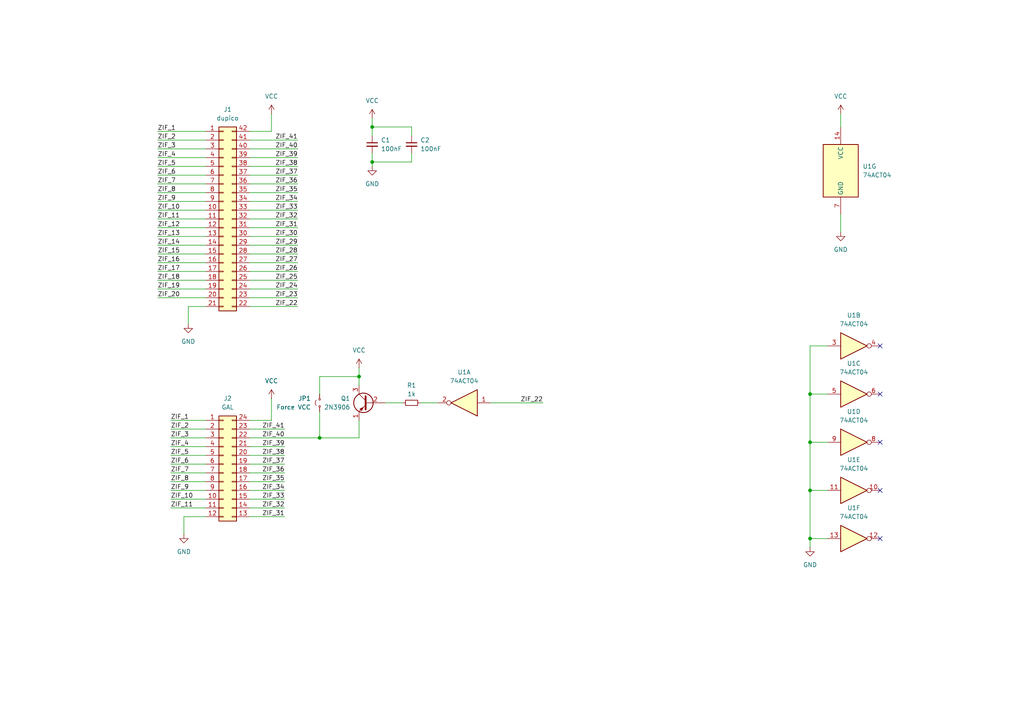
<source format=kicad_sch>
(kicad_sch
	(version 20231120)
	(generator "eeschema")
	(generator_version "8.0")
	(uuid "b47065c5-f2e0-44b0-bc22-77ffc0c38ad4")
	(paper "A4")
	(lib_symbols
		(symbol "74xx:74HCT04"
			(exclude_from_sim no)
			(in_bom yes)
			(on_board yes)
			(property "Reference" "U"
				(at 0 1.27 0)
				(effects
					(font
						(size 1.27 1.27)
					)
				)
			)
			(property "Value" "74HCT04"
				(at 0 -1.27 0)
				(effects
					(font
						(size 1.27 1.27)
					)
				)
			)
			(property "Footprint" ""
				(at 0 0 0)
				(effects
					(font
						(size 1.27 1.27)
					)
					(hide yes)
				)
			)
			(property "Datasheet" "https://assets.nexperia.com/documents/data-sheet/74HC_HCT04.pdf"
				(at 0 0 0)
				(effects
					(font
						(size 1.27 1.27)
					)
					(hide yes)
				)
			)
			(property "Description" "Hex Inverter"
				(at 0 0 0)
				(effects
					(font
						(size 1.27 1.27)
					)
					(hide yes)
				)
			)
			(property "ki_locked" ""
				(at 0 0 0)
				(effects
					(font
						(size 1.27 1.27)
					)
				)
			)
			(property "ki_keywords" "HCTMOS not inv"
				(at 0 0 0)
				(effects
					(font
						(size 1.27 1.27)
					)
					(hide yes)
				)
			)
			(property "ki_fp_filters" "DIP*W7.62mm* SSOP?14* TSSOP?14*"
				(at 0 0 0)
				(effects
					(font
						(size 1.27 1.27)
					)
					(hide yes)
				)
			)
			(symbol "74HCT04_1_0"
				(polyline
					(pts
						(xy -3.81 3.81) (xy -3.81 -3.81) (xy 3.81 0) (xy -3.81 3.81)
					)
					(stroke
						(width 0.254)
						(type default)
					)
					(fill
						(type background)
					)
				)
				(pin input line
					(at -7.62 0 0)
					(length 3.81)
					(name "~"
						(effects
							(font
								(size 1.27 1.27)
							)
						)
					)
					(number "1"
						(effects
							(font
								(size 1.27 1.27)
							)
						)
					)
				)
				(pin output inverted
					(at 7.62 0 180)
					(length 3.81)
					(name "~"
						(effects
							(font
								(size 1.27 1.27)
							)
						)
					)
					(number "2"
						(effects
							(font
								(size 1.27 1.27)
							)
						)
					)
				)
			)
			(symbol "74HCT04_2_0"
				(polyline
					(pts
						(xy -3.81 3.81) (xy -3.81 -3.81) (xy 3.81 0) (xy -3.81 3.81)
					)
					(stroke
						(width 0.254)
						(type default)
					)
					(fill
						(type background)
					)
				)
				(pin input line
					(at -7.62 0 0)
					(length 3.81)
					(name "~"
						(effects
							(font
								(size 1.27 1.27)
							)
						)
					)
					(number "3"
						(effects
							(font
								(size 1.27 1.27)
							)
						)
					)
				)
				(pin output inverted
					(at 7.62 0 180)
					(length 3.81)
					(name "~"
						(effects
							(font
								(size 1.27 1.27)
							)
						)
					)
					(number "4"
						(effects
							(font
								(size 1.27 1.27)
							)
						)
					)
				)
			)
			(symbol "74HCT04_3_0"
				(polyline
					(pts
						(xy -3.81 3.81) (xy -3.81 -3.81) (xy 3.81 0) (xy -3.81 3.81)
					)
					(stroke
						(width 0.254)
						(type default)
					)
					(fill
						(type background)
					)
				)
				(pin input line
					(at -7.62 0 0)
					(length 3.81)
					(name "~"
						(effects
							(font
								(size 1.27 1.27)
							)
						)
					)
					(number "5"
						(effects
							(font
								(size 1.27 1.27)
							)
						)
					)
				)
				(pin output inverted
					(at 7.62 0 180)
					(length 3.81)
					(name "~"
						(effects
							(font
								(size 1.27 1.27)
							)
						)
					)
					(number "6"
						(effects
							(font
								(size 1.27 1.27)
							)
						)
					)
				)
			)
			(symbol "74HCT04_4_0"
				(polyline
					(pts
						(xy -3.81 3.81) (xy -3.81 -3.81) (xy 3.81 0) (xy -3.81 3.81)
					)
					(stroke
						(width 0.254)
						(type default)
					)
					(fill
						(type background)
					)
				)
				(pin output inverted
					(at 7.62 0 180)
					(length 3.81)
					(name "~"
						(effects
							(font
								(size 1.27 1.27)
							)
						)
					)
					(number "8"
						(effects
							(font
								(size 1.27 1.27)
							)
						)
					)
				)
				(pin input line
					(at -7.62 0 0)
					(length 3.81)
					(name "~"
						(effects
							(font
								(size 1.27 1.27)
							)
						)
					)
					(number "9"
						(effects
							(font
								(size 1.27 1.27)
							)
						)
					)
				)
			)
			(symbol "74HCT04_5_0"
				(polyline
					(pts
						(xy -3.81 3.81) (xy -3.81 -3.81) (xy 3.81 0) (xy -3.81 3.81)
					)
					(stroke
						(width 0.254)
						(type default)
					)
					(fill
						(type background)
					)
				)
				(pin output inverted
					(at 7.62 0 180)
					(length 3.81)
					(name "~"
						(effects
							(font
								(size 1.27 1.27)
							)
						)
					)
					(number "10"
						(effects
							(font
								(size 1.27 1.27)
							)
						)
					)
				)
				(pin input line
					(at -7.62 0 0)
					(length 3.81)
					(name "~"
						(effects
							(font
								(size 1.27 1.27)
							)
						)
					)
					(number "11"
						(effects
							(font
								(size 1.27 1.27)
							)
						)
					)
				)
			)
			(symbol "74HCT04_6_0"
				(polyline
					(pts
						(xy -3.81 3.81) (xy -3.81 -3.81) (xy 3.81 0) (xy -3.81 3.81)
					)
					(stroke
						(width 0.254)
						(type default)
					)
					(fill
						(type background)
					)
				)
				(pin output inverted
					(at 7.62 0 180)
					(length 3.81)
					(name "~"
						(effects
							(font
								(size 1.27 1.27)
							)
						)
					)
					(number "12"
						(effects
							(font
								(size 1.27 1.27)
							)
						)
					)
				)
				(pin input line
					(at -7.62 0 0)
					(length 3.81)
					(name "~"
						(effects
							(font
								(size 1.27 1.27)
							)
						)
					)
					(number "13"
						(effects
							(font
								(size 1.27 1.27)
							)
						)
					)
				)
			)
			(symbol "74HCT04_7_0"
				(pin power_in line
					(at 0 12.7 270)
					(length 5.08)
					(name "VCC"
						(effects
							(font
								(size 1.27 1.27)
							)
						)
					)
					(number "14"
						(effects
							(font
								(size 1.27 1.27)
							)
						)
					)
				)
				(pin power_in line
					(at 0 -12.7 90)
					(length 5.08)
					(name "GND"
						(effects
							(font
								(size 1.27 1.27)
							)
						)
					)
					(number "7"
						(effects
							(font
								(size 1.27 1.27)
							)
						)
					)
				)
			)
			(symbol "74HCT04_7_1"
				(rectangle
					(start -5.08 7.62)
					(end 5.08 -7.62)
					(stroke
						(width 0.254)
						(type default)
					)
					(fill
						(type background)
					)
				)
			)
		)
		(symbol "Connector_Generic:Conn_02x12_Counter_Clockwise"
			(pin_names
				(offset 1.016) hide)
			(exclude_from_sim no)
			(in_bom yes)
			(on_board yes)
			(property "Reference" "J"
				(at 1.27 15.24 0)
				(effects
					(font
						(size 1.27 1.27)
					)
				)
			)
			(property "Value" "Conn_02x12_Counter_Clockwise"
				(at 1.27 -17.78 0)
				(effects
					(font
						(size 1.27 1.27)
					)
				)
			)
			(property "Footprint" ""
				(at 0 0 0)
				(effects
					(font
						(size 1.27 1.27)
					)
					(hide yes)
				)
			)
			(property "Datasheet" "~"
				(at 0 0 0)
				(effects
					(font
						(size 1.27 1.27)
					)
					(hide yes)
				)
			)
			(property "Description" "Generic connector, double row, 02x12, counter clockwise pin numbering scheme (similar to DIP package numbering), script generated (kicad-library-utils/schlib/autogen/connector/)"
				(at 0 0 0)
				(effects
					(font
						(size 1.27 1.27)
					)
					(hide yes)
				)
			)
			(property "ki_keywords" "connector"
				(at 0 0 0)
				(effects
					(font
						(size 1.27 1.27)
					)
					(hide yes)
				)
			)
			(property "ki_fp_filters" "Connector*:*_2x??_*"
				(at 0 0 0)
				(effects
					(font
						(size 1.27 1.27)
					)
					(hide yes)
				)
			)
			(symbol "Conn_02x12_Counter_Clockwise_1_1"
				(rectangle
					(start -1.27 -15.113)
					(end 0 -15.367)
					(stroke
						(width 0.1524)
						(type default)
					)
					(fill
						(type none)
					)
				)
				(rectangle
					(start -1.27 -12.573)
					(end 0 -12.827)
					(stroke
						(width 0.1524)
						(type default)
					)
					(fill
						(type none)
					)
				)
				(rectangle
					(start -1.27 -10.033)
					(end 0 -10.287)
					(stroke
						(width 0.1524)
						(type default)
					)
					(fill
						(type none)
					)
				)
				(rectangle
					(start -1.27 -7.493)
					(end 0 -7.747)
					(stroke
						(width 0.1524)
						(type default)
					)
					(fill
						(type none)
					)
				)
				(rectangle
					(start -1.27 -4.953)
					(end 0 -5.207)
					(stroke
						(width 0.1524)
						(type default)
					)
					(fill
						(type none)
					)
				)
				(rectangle
					(start -1.27 -2.413)
					(end 0 -2.667)
					(stroke
						(width 0.1524)
						(type default)
					)
					(fill
						(type none)
					)
				)
				(rectangle
					(start -1.27 0.127)
					(end 0 -0.127)
					(stroke
						(width 0.1524)
						(type default)
					)
					(fill
						(type none)
					)
				)
				(rectangle
					(start -1.27 2.667)
					(end 0 2.413)
					(stroke
						(width 0.1524)
						(type default)
					)
					(fill
						(type none)
					)
				)
				(rectangle
					(start -1.27 5.207)
					(end 0 4.953)
					(stroke
						(width 0.1524)
						(type default)
					)
					(fill
						(type none)
					)
				)
				(rectangle
					(start -1.27 7.747)
					(end 0 7.493)
					(stroke
						(width 0.1524)
						(type default)
					)
					(fill
						(type none)
					)
				)
				(rectangle
					(start -1.27 10.287)
					(end 0 10.033)
					(stroke
						(width 0.1524)
						(type default)
					)
					(fill
						(type none)
					)
				)
				(rectangle
					(start -1.27 12.827)
					(end 0 12.573)
					(stroke
						(width 0.1524)
						(type default)
					)
					(fill
						(type none)
					)
				)
				(rectangle
					(start -1.27 13.97)
					(end 3.81 -16.51)
					(stroke
						(width 0.254)
						(type default)
					)
					(fill
						(type background)
					)
				)
				(rectangle
					(start 3.81 -15.113)
					(end 2.54 -15.367)
					(stroke
						(width 0.1524)
						(type default)
					)
					(fill
						(type none)
					)
				)
				(rectangle
					(start 3.81 -12.573)
					(end 2.54 -12.827)
					(stroke
						(width 0.1524)
						(type default)
					)
					(fill
						(type none)
					)
				)
				(rectangle
					(start 3.81 -10.033)
					(end 2.54 -10.287)
					(stroke
						(width 0.1524)
						(type default)
					)
					(fill
						(type none)
					)
				)
				(rectangle
					(start 3.81 -7.493)
					(end 2.54 -7.747)
					(stroke
						(width 0.1524)
						(type default)
					)
					(fill
						(type none)
					)
				)
				(rectangle
					(start 3.81 -4.953)
					(end 2.54 -5.207)
					(stroke
						(width 0.1524)
						(type default)
					)
					(fill
						(type none)
					)
				)
				(rectangle
					(start 3.81 -2.413)
					(end 2.54 -2.667)
					(stroke
						(width 0.1524)
						(type default)
					)
					(fill
						(type none)
					)
				)
				(rectangle
					(start 3.81 0.127)
					(end 2.54 -0.127)
					(stroke
						(width 0.1524)
						(type default)
					)
					(fill
						(type none)
					)
				)
				(rectangle
					(start 3.81 2.667)
					(end 2.54 2.413)
					(stroke
						(width 0.1524)
						(type default)
					)
					(fill
						(type none)
					)
				)
				(rectangle
					(start 3.81 5.207)
					(end 2.54 4.953)
					(stroke
						(width 0.1524)
						(type default)
					)
					(fill
						(type none)
					)
				)
				(rectangle
					(start 3.81 7.747)
					(end 2.54 7.493)
					(stroke
						(width 0.1524)
						(type default)
					)
					(fill
						(type none)
					)
				)
				(rectangle
					(start 3.81 10.287)
					(end 2.54 10.033)
					(stroke
						(width 0.1524)
						(type default)
					)
					(fill
						(type none)
					)
				)
				(rectangle
					(start 3.81 12.827)
					(end 2.54 12.573)
					(stroke
						(width 0.1524)
						(type default)
					)
					(fill
						(type none)
					)
				)
				(pin passive line
					(at -5.08 12.7 0)
					(length 3.81)
					(name "Pin_1"
						(effects
							(font
								(size 1.27 1.27)
							)
						)
					)
					(number "1"
						(effects
							(font
								(size 1.27 1.27)
							)
						)
					)
				)
				(pin passive line
					(at -5.08 -10.16 0)
					(length 3.81)
					(name "Pin_10"
						(effects
							(font
								(size 1.27 1.27)
							)
						)
					)
					(number "10"
						(effects
							(font
								(size 1.27 1.27)
							)
						)
					)
				)
				(pin passive line
					(at -5.08 -12.7 0)
					(length 3.81)
					(name "Pin_11"
						(effects
							(font
								(size 1.27 1.27)
							)
						)
					)
					(number "11"
						(effects
							(font
								(size 1.27 1.27)
							)
						)
					)
				)
				(pin passive line
					(at -5.08 -15.24 0)
					(length 3.81)
					(name "Pin_12"
						(effects
							(font
								(size 1.27 1.27)
							)
						)
					)
					(number "12"
						(effects
							(font
								(size 1.27 1.27)
							)
						)
					)
				)
				(pin passive line
					(at 7.62 -15.24 180)
					(length 3.81)
					(name "Pin_13"
						(effects
							(font
								(size 1.27 1.27)
							)
						)
					)
					(number "13"
						(effects
							(font
								(size 1.27 1.27)
							)
						)
					)
				)
				(pin passive line
					(at 7.62 -12.7 180)
					(length 3.81)
					(name "Pin_14"
						(effects
							(font
								(size 1.27 1.27)
							)
						)
					)
					(number "14"
						(effects
							(font
								(size 1.27 1.27)
							)
						)
					)
				)
				(pin passive line
					(at 7.62 -10.16 180)
					(length 3.81)
					(name "Pin_15"
						(effects
							(font
								(size 1.27 1.27)
							)
						)
					)
					(number "15"
						(effects
							(font
								(size 1.27 1.27)
							)
						)
					)
				)
				(pin passive line
					(at 7.62 -7.62 180)
					(length 3.81)
					(name "Pin_16"
						(effects
							(font
								(size 1.27 1.27)
							)
						)
					)
					(number "16"
						(effects
							(font
								(size 1.27 1.27)
							)
						)
					)
				)
				(pin passive line
					(at 7.62 -5.08 180)
					(length 3.81)
					(name "Pin_17"
						(effects
							(font
								(size 1.27 1.27)
							)
						)
					)
					(number "17"
						(effects
							(font
								(size 1.27 1.27)
							)
						)
					)
				)
				(pin passive line
					(at 7.62 -2.54 180)
					(length 3.81)
					(name "Pin_18"
						(effects
							(font
								(size 1.27 1.27)
							)
						)
					)
					(number "18"
						(effects
							(font
								(size 1.27 1.27)
							)
						)
					)
				)
				(pin passive line
					(at 7.62 0 180)
					(length 3.81)
					(name "Pin_19"
						(effects
							(font
								(size 1.27 1.27)
							)
						)
					)
					(number "19"
						(effects
							(font
								(size 1.27 1.27)
							)
						)
					)
				)
				(pin passive line
					(at -5.08 10.16 0)
					(length 3.81)
					(name "Pin_2"
						(effects
							(font
								(size 1.27 1.27)
							)
						)
					)
					(number "2"
						(effects
							(font
								(size 1.27 1.27)
							)
						)
					)
				)
				(pin passive line
					(at 7.62 2.54 180)
					(length 3.81)
					(name "Pin_20"
						(effects
							(font
								(size 1.27 1.27)
							)
						)
					)
					(number "20"
						(effects
							(font
								(size 1.27 1.27)
							)
						)
					)
				)
				(pin passive line
					(at 7.62 5.08 180)
					(length 3.81)
					(name "Pin_21"
						(effects
							(font
								(size 1.27 1.27)
							)
						)
					)
					(number "21"
						(effects
							(font
								(size 1.27 1.27)
							)
						)
					)
				)
				(pin passive line
					(at 7.62 7.62 180)
					(length 3.81)
					(name "Pin_22"
						(effects
							(font
								(size 1.27 1.27)
							)
						)
					)
					(number "22"
						(effects
							(font
								(size 1.27 1.27)
							)
						)
					)
				)
				(pin passive line
					(at 7.62 10.16 180)
					(length 3.81)
					(name "Pin_23"
						(effects
							(font
								(size 1.27 1.27)
							)
						)
					)
					(number "23"
						(effects
							(font
								(size 1.27 1.27)
							)
						)
					)
				)
				(pin passive line
					(at 7.62 12.7 180)
					(length 3.81)
					(name "Pin_24"
						(effects
							(font
								(size 1.27 1.27)
							)
						)
					)
					(number "24"
						(effects
							(font
								(size 1.27 1.27)
							)
						)
					)
				)
				(pin passive line
					(at -5.08 7.62 0)
					(length 3.81)
					(name "Pin_3"
						(effects
							(font
								(size 1.27 1.27)
							)
						)
					)
					(number "3"
						(effects
							(font
								(size 1.27 1.27)
							)
						)
					)
				)
				(pin passive line
					(at -5.08 5.08 0)
					(length 3.81)
					(name "Pin_4"
						(effects
							(font
								(size 1.27 1.27)
							)
						)
					)
					(number "4"
						(effects
							(font
								(size 1.27 1.27)
							)
						)
					)
				)
				(pin passive line
					(at -5.08 2.54 0)
					(length 3.81)
					(name "Pin_5"
						(effects
							(font
								(size 1.27 1.27)
							)
						)
					)
					(number "5"
						(effects
							(font
								(size 1.27 1.27)
							)
						)
					)
				)
				(pin passive line
					(at -5.08 0 0)
					(length 3.81)
					(name "Pin_6"
						(effects
							(font
								(size 1.27 1.27)
							)
						)
					)
					(number "6"
						(effects
							(font
								(size 1.27 1.27)
							)
						)
					)
				)
				(pin passive line
					(at -5.08 -2.54 0)
					(length 3.81)
					(name "Pin_7"
						(effects
							(font
								(size 1.27 1.27)
							)
						)
					)
					(number "7"
						(effects
							(font
								(size 1.27 1.27)
							)
						)
					)
				)
				(pin passive line
					(at -5.08 -5.08 0)
					(length 3.81)
					(name "Pin_8"
						(effects
							(font
								(size 1.27 1.27)
							)
						)
					)
					(number "8"
						(effects
							(font
								(size 1.27 1.27)
							)
						)
					)
				)
				(pin passive line
					(at -5.08 -7.62 0)
					(length 3.81)
					(name "Pin_9"
						(effects
							(font
								(size 1.27 1.27)
							)
						)
					)
					(number "9"
						(effects
							(font
								(size 1.27 1.27)
							)
						)
					)
				)
			)
		)
		(symbol "Connector_Generic:Conn_02x21_Counter_Clockwise"
			(pin_names
				(offset 1.016) hide)
			(exclude_from_sim no)
			(in_bom yes)
			(on_board yes)
			(property "Reference" "J"
				(at 1.27 27.94 0)
				(effects
					(font
						(size 1.27 1.27)
					)
				)
			)
			(property "Value" "Conn_02x21_Counter_Clockwise"
				(at 1.27 -27.94 0)
				(effects
					(font
						(size 1.27 1.27)
					)
				)
			)
			(property "Footprint" ""
				(at 0 0 0)
				(effects
					(font
						(size 1.27 1.27)
					)
					(hide yes)
				)
			)
			(property "Datasheet" "~"
				(at 0 0 0)
				(effects
					(font
						(size 1.27 1.27)
					)
					(hide yes)
				)
			)
			(property "Description" "Generic connector, double row, 02x21, counter clockwise pin numbering scheme (similar to DIP package numbering), script generated (kicad-library-utils/schlib/autogen/connector/)"
				(at 0 0 0)
				(effects
					(font
						(size 1.27 1.27)
					)
					(hide yes)
				)
			)
			(property "ki_keywords" "connector"
				(at 0 0 0)
				(effects
					(font
						(size 1.27 1.27)
					)
					(hide yes)
				)
			)
			(property "ki_fp_filters" "Connector*:*_2x??_*"
				(at 0 0 0)
				(effects
					(font
						(size 1.27 1.27)
					)
					(hide yes)
				)
			)
			(symbol "Conn_02x21_Counter_Clockwise_1_1"
				(rectangle
					(start -1.27 -25.273)
					(end 0 -25.527)
					(stroke
						(width 0.1524)
						(type default)
					)
					(fill
						(type none)
					)
				)
				(rectangle
					(start -1.27 -22.733)
					(end 0 -22.987)
					(stroke
						(width 0.1524)
						(type default)
					)
					(fill
						(type none)
					)
				)
				(rectangle
					(start -1.27 -20.193)
					(end 0 -20.447)
					(stroke
						(width 0.1524)
						(type default)
					)
					(fill
						(type none)
					)
				)
				(rectangle
					(start -1.27 -17.653)
					(end 0 -17.907)
					(stroke
						(width 0.1524)
						(type default)
					)
					(fill
						(type none)
					)
				)
				(rectangle
					(start -1.27 -15.113)
					(end 0 -15.367)
					(stroke
						(width 0.1524)
						(type default)
					)
					(fill
						(type none)
					)
				)
				(rectangle
					(start -1.27 -12.573)
					(end 0 -12.827)
					(stroke
						(width 0.1524)
						(type default)
					)
					(fill
						(type none)
					)
				)
				(rectangle
					(start -1.27 -10.033)
					(end 0 -10.287)
					(stroke
						(width 0.1524)
						(type default)
					)
					(fill
						(type none)
					)
				)
				(rectangle
					(start -1.27 -7.493)
					(end 0 -7.747)
					(stroke
						(width 0.1524)
						(type default)
					)
					(fill
						(type none)
					)
				)
				(rectangle
					(start -1.27 -4.953)
					(end 0 -5.207)
					(stroke
						(width 0.1524)
						(type default)
					)
					(fill
						(type none)
					)
				)
				(rectangle
					(start -1.27 -2.413)
					(end 0 -2.667)
					(stroke
						(width 0.1524)
						(type default)
					)
					(fill
						(type none)
					)
				)
				(rectangle
					(start -1.27 0.127)
					(end 0 -0.127)
					(stroke
						(width 0.1524)
						(type default)
					)
					(fill
						(type none)
					)
				)
				(rectangle
					(start -1.27 2.667)
					(end 0 2.413)
					(stroke
						(width 0.1524)
						(type default)
					)
					(fill
						(type none)
					)
				)
				(rectangle
					(start -1.27 5.207)
					(end 0 4.953)
					(stroke
						(width 0.1524)
						(type default)
					)
					(fill
						(type none)
					)
				)
				(rectangle
					(start -1.27 7.747)
					(end 0 7.493)
					(stroke
						(width 0.1524)
						(type default)
					)
					(fill
						(type none)
					)
				)
				(rectangle
					(start -1.27 10.287)
					(end 0 10.033)
					(stroke
						(width 0.1524)
						(type default)
					)
					(fill
						(type none)
					)
				)
				(rectangle
					(start -1.27 12.827)
					(end 0 12.573)
					(stroke
						(width 0.1524)
						(type default)
					)
					(fill
						(type none)
					)
				)
				(rectangle
					(start -1.27 15.367)
					(end 0 15.113)
					(stroke
						(width 0.1524)
						(type default)
					)
					(fill
						(type none)
					)
				)
				(rectangle
					(start -1.27 17.907)
					(end 0 17.653)
					(stroke
						(width 0.1524)
						(type default)
					)
					(fill
						(type none)
					)
				)
				(rectangle
					(start -1.27 20.447)
					(end 0 20.193)
					(stroke
						(width 0.1524)
						(type default)
					)
					(fill
						(type none)
					)
				)
				(rectangle
					(start -1.27 22.987)
					(end 0 22.733)
					(stroke
						(width 0.1524)
						(type default)
					)
					(fill
						(type none)
					)
				)
				(rectangle
					(start -1.27 25.527)
					(end 0 25.273)
					(stroke
						(width 0.1524)
						(type default)
					)
					(fill
						(type none)
					)
				)
				(rectangle
					(start -1.27 26.67)
					(end 3.81 -26.67)
					(stroke
						(width 0.254)
						(type default)
					)
					(fill
						(type background)
					)
				)
				(rectangle
					(start 3.81 -25.273)
					(end 2.54 -25.527)
					(stroke
						(width 0.1524)
						(type default)
					)
					(fill
						(type none)
					)
				)
				(rectangle
					(start 3.81 -22.733)
					(end 2.54 -22.987)
					(stroke
						(width 0.1524)
						(type default)
					)
					(fill
						(type none)
					)
				)
				(rectangle
					(start 3.81 -20.193)
					(end 2.54 -20.447)
					(stroke
						(width 0.1524)
						(type default)
					)
					(fill
						(type none)
					)
				)
				(rectangle
					(start 3.81 -17.653)
					(end 2.54 -17.907)
					(stroke
						(width 0.1524)
						(type default)
					)
					(fill
						(type none)
					)
				)
				(rectangle
					(start 3.81 -15.113)
					(end 2.54 -15.367)
					(stroke
						(width 0.1524)
						(type default)
					)
					(fill
						(type none)
					)
				)
				(rectangle
					(start 3.81 -12.573)
					(end 2.54 -12.827)
					(stroke
						(width 0.1524)
						(type default)
					)
					(fill
						(type none)
					)
				)
				(rectangle
					(start 3.81 -10.033)
					(end 2.54 -10.287)
					(stroke
						(width 0.1524)
						(type default)
					)
					(fill
						(type none)
					)
				)
				(rectangle
					(start 3.81 -7.493)
					(end 2.54 -7.747)
					(stroke
						(width 0.1524)
						(type default)
					)
					(fill
						(type none)
					)
				)
				(rectangle
					(start 3.81 -4.953)
					(end 2.54 -5.207)
					(stroke
						(width 0.1524)
						(type default)
					)
					(fill
						(type none)
					)
				)
				(rectangle
					(start 3.81 -2.413)
					(end 2.54 -2.667)
					(stroke
						(width 0.1524)
						(type default)
					)
					(fill
						(type none)
					)
				)
				(rectangle
					(start 3.81 0.127)
					(end 2.54 -0.127)
					(stroke
						(width 0.1524)
						(type default)
					)
					(fill
						(type none)
					)
				)
				(rectangle
					(start 3.81 2.667)
					(end 2.54 2.413)
					(stroke
						(width 0.1524)
						(type default)
					)
					(fill
						(type none)
					)
				)
				(rectangle
					(start 3.81 5.207)
					(end 2.54 4.953)
					(stroke
						(width 0.1524)
						(type default)
					)
					(fill
						(type none)
					)
				)
				(rectangle
					(start 3.81 7.747)
					(end 2.54 7.493)
					(stroke
						(width 0.1524)
						(type default)
					)
					(fill
						(type none)
					)
				)
				(rectangle
					(start 3.81 10.287)
					(end 2.54 10.033)
					(stroke
						(width 0.1524)
						(type default)
					)
					(fill
						(type none)
					)
				)
				(rectangle
					(start 3.81 12.827)
					(end 2.54 12.573)
					(stroke
						(width 0.1524)
						(type default)
					)
					(fill
						(type none)
					)
				)
				(rectangle
					(start 3.81 15.367)
					(end 2.54 15.113)
					(stroke
						(width 0.1524)
						(type default)
					)
					(fill
						(type none)
					)
				)
				(rectangle
					(start 3.81 17.907)
					(end 2.54 17.653)
					(stroke
						(width 0.1524)
						(type default)
					)
					(fill
						(type none)
					)
				)
				(rectangle
					(start 3.81 20.447)
					(end 2.54 20.193)
					(stroke
						(width 0.1524)
						(type default)
					)
					(fill
						(type none)
					)
				)
				(rectangle
					(start 3.81 22.987)
					(end 2.54 22.733)
					(stroke
						(width 0.1524)
						(type default)
					)
					(fill
						(type none)
					)
				)
				(rectangle
					(start 3.81 25.527)
					(end 2.54 25.273)
					(stroke
						(width 0.1524)
						(type default)
					)
					(fill
						(type none)
					)
				)
				(pin passive line
					(at -5.08 25.4 0)
					(length 3.81)
					(name "Pin_1"
						(effects
							(font
								(size 1.27 1.27)
							)
						)
					)
					(number "1"
						(effects
							(font
								(size 1.27 1.27)
							)
						)
					)
				)
				(pin passive line
					(at -5.08 2.54 0)
					(length 3.81)
					(name "Pin_10"
						(effects
							(font
								(size 1.27 1.27)
							)
						)
					)
					(number "10"
						(effects
							(font
								(size 1.27 1.27)
							)
						)
					)
				)
				(pin passive line
					(at -5.08 0 0)
					(length 3.81)
					(name "Pin_11"
						(effects
							(font
								(size 1.27 1.27)
							)
						)
					)
					(number "11"
						(effects
							(font
								(size 1.27 1.27)
							)
						)
					)
				)
				(pin passive line
					(at -5.08 -2.54 0)
					(length 3.81)
					(name "Pin_12"
						(effects
							(font
								(size 1.27 1.27)
							)
						)
					)
					(number "12"
						(effects
							(font
								(size 1.27 1.27)
							)
						)
					)
				)
				(pin passive line
					(at -5.08 -5.08 0)
					(length 3.81)
					(name "Pin_13"
						(effects
							(font
								(size 1.27 1.27)
							)
						)
					)
					(number "13"
						(effects
							(font
								(size 1.27 1.27)
							)
						)
					)
				)
				(pin passive line
					(at -5.08 -7.62 0)
					(length 3.81)
					(name "Pin_14"
						(effects
							(font
								(size 1.27 1.27)
							)
						)
					)
					(number "14"
						(effects
							(font
								(size 1.27 1.27)
							)
						)
					)
				)
				(pin passive line
					(at -5.08 -10.16 0)
					(length 3.81)
					(name "Pin_15"
						(effects
							(font
								(size 1.27 1.27)
							)
						)
					)
					(number "15"
						(effects
							(font
								(size 1.27 1.27)
							)
						)
					)
				)
				(pin passive line
					(at -5.08 -12.7 0)
					(length 3.81)
					(name "Pin_16"
						(effects
							(font
								(size 1.27 1.27)
							)
						)
					)
					(number "16"
						(effects
							(font
								(size 1.27 1.27)
							)
						)
					)
				)
				(pin passive line
					(at -5.08 -15.24 0)
					(length 3.81)
					(name "Pin_17"
						(effects
							(font
								(size 1.27 1.27)
							)
						)
					)
					(number "17"
						(effects
							(font
								(size 1.27 1.27)
							)
						)
					)
				)
				(pin passive line
					(at -5.08 -17.78 0)
					(length 3.81)
					(name "Pin_18"
						(effects
							(font
								(size 1.27 1.27)
							)
						)
					)
					(number "18"
						(effects
							(font
								(size 1.27 1.27)
							)
						)
					)
				)
				(pin passive line
					(at -5.08 -20.32 0)
					(length 3.81)
					(name "Pin_19"
						(effects
							(font
								(size 1.27 1.27)
							)
						)
					)
					(number "19"
						(effects
							(font
								(size 1.27 1.27)
							)
						)
					)
				)
				(pin passive line
					(at -5.08 22.86 0)
					(length 3.81)
					(name "Pin_2"
						(effects
							(font
								(size 1.27 1.27)
							)
						)
					)
					(number "2"
						(effects
							(font
								(size 1.27 1.27)
							)
						)
					)
				)
				(pin passive line
					(at -5.08 -22.86 0)
					(length 3.81)
					(name "Pin_20"
						(effects
							(font
								(size 1.27 1.27)
							)
						)
					)
					(number "20"
						(effects
							(font
								(size 1.27 1.27)
							)
						)
					)
				)
				(pin passive line
					(at -5.08 -25.4 0)
					(length 3.81)
					(name "Pin_21"
						(effects
							(font
								(size 1.27 1.27)
							)
						)
					)
					(number "21"
						(effects
							(font
								(size 1.27 1.27)
							)
						)
					)
				)
				(pin passive line
					(at 7.62 -25.4 180)
					(length 3.81)
					(name "Pin_22"
						(effects
							(font
								(size 1.27 1.27)
							)
						)
					)
					(number "22"
						(effects
							(font
								(size 1.27 1.27)
							)
						)
					)
				)
				(pin passive line
					(at 7.62 -22.86 180)
					(length 3.81)
					(name "Pin_23"
						(effects
							(font
								(size 1.27 1.27)
							)
						)
					)
					(number "23"
						(effects
							(font
								(size 1.27 1.27)
							)
						)
					)
				)
				(pin passive line
					(at 7.62 -20.32 180)
					(length 3.81)
					(name "Pin_24"
						(effects
							(font
								(size 1.27 1.27)
							)
						)
					)
					(number "24"
						(effects
							(font
								(size 1.27 1.27)
							)
						)
					)
				)
				(pin passive line
					(at 7.62 -17.78 180)
					(length 3.81)
					(name "Pin_25"
						(effects
							(font
								(size 1.27 1.27)
							)
						)
					)
					(number "25"
						(effects
							(font
								(size 1.27 1.27)
							)
						)
					)
				)
				(pin passive line
					(at 7.62 -15.24 180)
					(length 3.81)
					(name "Pin_26"
						(effects
							(font
								(size 1.27 1.27)
							)
						)
					)
					(number "26"
						(effects
							(font
								(size 1.27 1.27)
							)
						)
					)
				)
				(pin passive line
					(at 7.62 -12.7 180)
					(length 3.81)
					(name "Pin_27"
						(effects
							(font
								(size 1.27 1.27)
							)
						)
					)
					(number "27"
						(effects
							(font
								(size 1.27 1.27)
							)
						)
					)
				)
				(pin passive line
					(at 7.62 -10.16 180)
					(length 3.81)
					(name "Pin_28"
						(effects
							(font
								(size 1.27 1.27)
							)
						)
					)
					(number "28"
						(effects
							(font
								(size 1.27 1.27)
							)
						)
					)
				)
				(pin passive line
					(at 7.62 -7.62 180)
					(length 3.81)
					(name "Pin_29"
						(effects
							(font
								(size 1.27 1.27)
							)
						)
					)
					(number "29"
						(effects
							(font
								(size 1.27 1.27)
							)
						)
					)
				)
				(pin passive line
					(at -5.08 20.32 0)
					(length 3.81)
					(name "Pin_3"
						(effects
							(font
								(size 1.27 1.27)
							)
						)
					)
					(number "3"
						(effects
							(font
								(size 1.27 1.27)
							)
						)
					)
				)
				(pin passive line
					(at 7.62 -5.08 180)
					(length 3.81)
					(name "Pin_30"
						(effects
							(font
								(size 1.27 1.27)
							)
						)
					)
					(number "30"
						(effects
							(font
								(size 1.27 1.27)
							)
						)
					)
				)
				(pin passive line
					(at 7.62 -2.54 180)
					(length 3.81)
					(name "Pin_31"
						(effects
							(font
								(size 1.27 1.27)
							)
						)
					)
					(number "31"
						(effects
							(font
								(size 1.27 1.27)
							)
						)
					)
				)
				(pin passive line
					(at 7.62 0 180)
					(length 3.81)
					(name "Pin_32"
						(effects
							(font
								(size 1.27 1.27)
							)
						)
					)
					(number "32"
						(effects
							(font
								(size 1.27 1.27)
							)
						)
					)
				)
				(pin passive line
					(at 7.62 2.54 180)
					(length 3.81)
					(name "Pin_33"
						(effects
							(font
								(size 1.27 1.27)
							)
						)
					)
					(number "33"
						(effects
							(font
								(size 1.27 1.27)
							)
						)
					)
				)
				(pin passive line
					(at 7.62 5.08 180)
					(length 3.81)
					(name "Pin_34"
						(effects
							(font
								(size 1.27 1.27)
							)
						)
					)
					(number "34"
						(effects
							(font
								(size 1.27 1.27)
							)
						)
					)
				)
				(pin passive line
					(at 7.62 7.62 180)
					(length 3.81)
					(name "Pin_35"
						(effects
							(font
								(size 1.27 1.27)
							)
						)
					)
					(number "35"
						(effects
							(font
								(size 1.27 1.27)
							)
						)
					)
				)
				(pin passive line
					(at 7.62 10.16 180)
					(length 3.81)
					(name "Pin_36"
						(effects
							(font
								(size 1.27 1.27)
							)
						)
					)
					(number "36"
						(effects
							(font
								(size 1.27 1.27)
							)
						)
					)
				)
				(pin passive line
					(at 7.62 12.7 180)
					(length 3.81)
					(name "Pin_37"
						(effects
							(font
								(size 1.27 1.27)
							)
						)
					)
					(number "37"
						(effects
							(font
								(size 1.27 1.27)
							)
						)
					)
				)
				(pin passive line
					(at 7.62 15.24 180)
					(length 3.81)
					(name "Pin_38"
						(effects
							(font
								(size 1.27 1.27)
							)
						)
					)
					(number "38"
						(effects
							(font
								(size 1.27 1.27)
							)
						)
					)
				)
				(pin passive line
					(at 7.62 17.78 180)
					(length 3.81)
					(name "Pin_39"
						(effects
							(font
								(size 1.27 1.27)
							)
						)
					)
					(number "39"
						(effects
							(font
								(size 1.27 1.27)
							)
						)
					)
				)
				(pin passive line
					(at -5.08 17.78 0)
					(length 3.81)
					(name "Pin_4"
						(effects
							(font
								(size 1.27 1.27)
							)
						)
					)
					(number "4"
						(effects
							(font
								(size 1.27 1.27)
							)
						)
					)
				)
				(pin passive line
					(at 7.62 20.32 180)
					(length 3.81)
					(name "Pin_40"
						(effects
							(font
								(size 1.27 1.27)
							)
						)
					)
					(number "40"
						(effects
							(font
								(size 1.27 1.27)
							)
						)
					)
				)
				(pin passive line
					(at 7.62 22.86 180)
					(length 3.81)
					(name "Pin_41"
						(effects
							(font
								(size 1.27 1.27)
							)
						)
					)
					(number "41"
						(effects
							(font
								(size 1.27 1.27)
							)
						)
					)
				)
				(pin passive line
					(at 7.62 25.4 180)
					(length 3.81)
					(name "Pin_42"
						(effects
							(font
								(size 1.27 1.27)
							)
						)
					)
					(number "42"
						(effects
							(font
								(size 1.27 1.27)
							)
						)
					)
				)
				(pin passive line
					(at -5.08 15.24 0)
					(length 3.81)
					(name "Pin_5"
						(effects
							(font
								(size 1.27 1.27)
							)
						)
					)
					(number "5"
						(effects
							(font
								(size 1.27 1.27)
							)
						)
					)
				)
				(pin passive line
					(at -5.08 12.7 0)
					(length 3.81)
					(name "Pin_6"
						(effects
							(font
								(size 1.27 1.27)
							)
						)
					)
					(number "6"
						(effects
							(font
								(size 1.27 1.27)
							)
						)
					)
				)
				(pin passive line
					(at -5.08 10.16 0)
					(length 3.81)
					(name "Pin_7"
						(effects
							(font
								(size 1.27 1.27)
							)
						)
					)
					(number "7"
						(effects
							(font
								(size 1.27 1.27)
							)
						)
					)
				)
				(pin passive line
					(at -5.08 7.62 0)
					(length 3.81)
					(name "Pin_8"
						(effects
							(font
								(size 1.27 1.27)
							)
						)
					)
					(number "8"
						(effects
							(font
								(size 1.27 1.27)
							)
						)
					)
				)
				(pin passive line
					(at -5.08 5.08 0)
					(length 3.81)
					(name "Pin_9"
						(effects
							(font
								(size 1.27 1.27)
							)
						)
					)
					(number "9"
						(effects
							(font
								(size 1.27 1.27)
							)
						)
					)
				)
			)
		)
		(symbol "Device:C_Small"
			(pin_numbers hide)
			(pin_names
				(offset 0.254) hide)
			(exclude_from_sim no)
			(in_bom yes)
			(on_board yes)
			(property "Reference" "C"
				(at 0.254 1.778 0)
				(effects
					(font
						(size 1.27 1.27)
					)
					(justify left)
				)
			)
			(property "Value" "C_Small"
				(at 0.254 -2.032 0)
				(effects
					(font
						(size 1.27 1.27)
					)
					(justify left)
				)
			)
			(property "Footprint" ""
				(at 0 0 0)
				(effects
					(font
						(size 1.27 1.27)
					)
					(hide yes)
				)
			)
			(property "Datasheet" "~"
				(at 0 0 0)
				(effects
					(font
						(size 1.27 1.27)
					)
					(hide yes)
				)
			)
			(property "Description" "Unpolarized capacitor, small symbol"
				(at 0 0 0)
				(effects
					(font
						(size 1.27 1.27)
					)
					(hide yes)
				)
			)
			(property "ki_keywords" "capacitor cap"
				(at 0 0 0)
				(effects
					(font
						(size 1.27 1.27)
					)
					(hide yes)
				)
			)
			(property "ki_fp_filters" "C_*"
				(at 0 0 0)
				(effects
					(font
						(size 1.27 1.27)
					)
					(hide yes)
				)
			)
			(symbol "C_Small_0_1"
				(polyline
					(pts
						(xy -1.524 -0.508) (xy 1.524 -0.508)
					)
					(stroke
						(width 0.3302)
						(type default)
					)
					(fill
						(type none)
					)
				)
				(polyline
					(pts
						(xy -1.524 0.508) (xy 1.524 0.508)
					)
					(stroke
						(width 0.3048)
						(type default)
					)
					(fill
						(type none)
					)
				)
			)
			(symbol "C_Small_1_1"
				(pin passive line
					(at 0 2.54 270)
					(length 2.032)
					(name "~"
						(effects
							(font
								(size 1.27 1.27)
							)
						)
					)
					(number "1"
						(effects
							(font
								(size 1.27 1.27)
							)
						)
					)
				)
				(pin passive line
					(at 0 -2.54 90)
					(length 2.032)
					(name "~"
						(effects
							(font
								(size 1.27 1.27)
							)
						)
					)
					(number "2"
						(effects
							(font
								(size 1.27 1.27)
							)
						)
					)
				)
			)
		)
		(symbol "Device:R_Small"
			(pin_numbers hide)
			(pin_names
				(offset 0.254) hide)
			(exclude_from_sim no)
			(in_bom yes)
			(on_board yes)
			(property "Reference" "R"
				(at 0.762 0.508 0)
				(effects
					(font
						(size 1.27 1.27)
					)
					(justify left)
				)
			)
			(property "Value" "R_Small"
				(at 0.762 -1.016 0)
				(effects
					(font
						(size 1.27 1.27)
					)
					(justify left)
				)
			)
			(property "Footprint" ""
				(at 0 0 0)
				(effects
					(font
						(size 1.27 1.27)
					)
					(hide yes)
				)
			)
			(property "Datasheet" "~"
				(at 0 0 0)
				(effects
					(font
						(size 1.27 1.27)
					)
					(hide yes)
				)
			)
			(property "Description" "Resistor, small symbol"
				(at 0 0 0)
				(effects
					(font
						(size 1.27 1.27)
					)
					(hide yes)
				)
			)
			(property "ki_keywords" "R resistor"
				(at 0 0 0)
				(effects
					(font
						(size 1.27 1.27)
					)
					(hide yes)
				)
			)
			(property "ki_fp_filters" "R_*"
				(at 0 0 0)
				(effects
					(font
						(size 1.27 1.27)
					)
					(hide yes)
				)
			)
			(symbol "R_Small_0_1"
				(rectangle
					(start -0.762 1.778)
					(end 0.762 -1.778)
					(stroke
						(width 0.2032)
						(type default)
					)
					(fill
						(type none)
					)
				)
			)
			(symbol "R_Small_1_1"
				(pin passive line
					(at 0 2.54 270)
					(length 0.762)
					(name "~"
						(effects
							(font
								(size 1.27 1.27)
							)
						)
					)
					(number "1"
						(effects
							(font
								(size 1.27 1.27)
							)
						)
					)
				)
				(pin passive line
					(at 0 -2.54 90)
					(length 0.762)
					(name "~"
						(effects
							(font
								(size 1.27 1.27)
							)
						)
					)
					(number "2"
						(effects
							(font
								(size 1.27 1.27)
							)
						)
					)
				)
			)
		)
		(symbol "Jumper:Jumper_2_Small_Open"
			(pin_numbers hide)
			(pin_names
				(offset 0) hide)
			(exclude_from_sim yes)
			(in_bom yes)
			(on_board yes)
			(property "Reference" "JP"
				(at 0 2.794 0)
				(effects
					(font
						(size 1.27 1.27)
					)
				)
			)
			(property "Value" "Jumper_2_Small_Open"
				(at 0 -2.286 0)
				(effects
					(font
						(size 1.27 1.27)
					)
				)
			)
			(property "Footprint" ""
				(at 0 0 0)
				(effects
					(font
						(size 1.27 1.27)
					)
					(hide yes)
				)
			)
			(property "Datasheet" "~"
				(at 0 0 0)
				(effects
					(font
						(size 1.27 1.27)
					)
					(hide yes)
				)
			)
			(property "Description" "Jumper, 2-pole, small symbol, open"
				(at 0 0 0)
				(effects
					(font
						(size 1.27 1.27)
					)
					(hide yes)
				)
			)
			(property "ki_keywords" "Jumper SPST"
				(at 0 0 0)
				(effects
					(font
						(size 1.27 1.27)
					)
					(hide yes)
				)
			)
			(property "ki_fp_filters" "Jumper* TestPoint*2Pads* TestPoint*Bridge*"
				(at 0 0 0)
				(effects
					(font
						(size 1.27 1.27)
					)
					(hide yes)
				)
			)
			(symbol "Jumper_2_Small_Open_0_0"
				(circle
					(center -1.016 0)
					(radius 0.254)
					(stroke
						(width 0)
						(type default)
					)
					(fill
						(type none)
					)
				)
				(circle
					(center 1.016 0)
					(radius 0.254)
					(stroke
						(width 0)
						(type default)
					)
					(fill
						(type none)
					)
				)
			)
			(symbol "Jumper_2_Small_Open_0_1"
				(arc
					(start 0.762 1.0196)
					(mid 0 1.2729)
					(end -0.762 1.0196)
					(stroke
						(width 0)
						(type default)
					)
					(fill
						(type none)
					)
				)
			)
			(symbol "Jumper_2_Small_Open_1_1"
				(pin passive line
					(at -2.54 0 0)
					(length 1.27)
					(name "A"
						(effects
							(font
								(size 1.27 1.27)
							)
						)
					)
					(number "1"
						(effects
							(font
								(size 1.27 1.27)
							)
						)
					)
				)
				(pin passive line
					(at 2.54 0 180)
					(length 1.27)
					(name "B"
						(effects
							(font
								(size 1.27 1.27)
							)
						)
					)
					(number "2"
						(effects
							(font
								(size 1.27 1.27)
							)
						)
					)
				)
			)
		)
		(symbol "Transistor_BJT:2N3906"
			(pin_names
				(offset 0) hide)
			(exclude_from_sim no)
			(in_bom yes)
			(on_board yes)
			(property "Reference" "Q"
				(at 5.08 1.905 0)
				(effects
					(font
						(size 1.27 1.27)
					)
					(justify left)
				)
			)
			(property "Value" "2N3906"
				(at 5.08 0 0)
				(effects
					(font
						(size 1.27 1.27)
					)
					(justify left)
				)
			)
			(property "Footprint" "Package_TO_SOT_THT:TO-92_Inline"
				(at 5.08 -1.905 0)
				(effects
					(font
						(size 1.27 1.27)
						(italic yes)
					)
					(justify left)
					(hide yes)
				)
			)
			(property "Datasheet" "https://www.onsemi.com/pub/Collateral/2N3906-D.PDF"
				(at 0 0 0)
				(effects
					(font
						(size 1.27 1.27)
					)
					(justify left)
					(hide yes)
				)
			)
			(property "Description" "-0.2A Ic, -40V Vce, Small Signal PNP Transistor, TO-92"
				(at 0 0 0)
				(effects
					(font
						(size 1.27 1.27)
					)
					(hide yes)
				)
			)
			(property "ki_keywords" "PNP Transistor"
				(at 0 0 0)
				(effects
					(font
						(size 1.27 1.27)
					)
					(hide yes)
				)
			)
			(property "ki_fp_filters" "TO?92*"
				(at 0 0 0)
				(effects
					(font
						(size 1.27 1.27)
					)
					(hide yes)
				)
			)
			(symbol "2N3906_0_1"
				(polyline
					(pts
						(xy 0.635 0.635) (xy 2.54 2.54)
					)
					(stroke
						(width 0)
						(type default)
					)
					(fill
						(type none)
					)
				)
				(polyline
					(pts
						(xy 0.635 -0.635) (xy 2.54 -2.54) (xy 2.54 -2.54)
					)
					(stroke
						(width 0)
						(type default)
					)
					(fill
						(type none)
					)
				)
				(polyline
					(pts
						(xy 0.635 1.905) (xy 0.635 -1.905) (xy 0.635 -1.905)
					)
					(stroke
						(width 0.508)
						(type default)
					)
					(fill
						(type none)
					)
				)
				(polyline
					(pts
						(xy 2.286 -1.778) (xy 1.778 -2.286) (xy 1.27 -1.27) (xy 2.286 -1.778) (xy 2.286 -1.778)
					)
					(stroke
						(width 0)
						(type default)
					)
					(fill
						(type outline)
					)
				)
				(circle
					(center 1.27 0)
					(radius 2.8194)
					(stroke
						(width 0.254)
						(type default)
					)
					(fill
						(type none)
					)
				)
			)
			(symbol "2N3906_1_1"
				(pin passive line
					(at 2.54 -5.08 90)
					(length 2.54)
					(name "E"
						(effects
							(font
								(size 1.27 1.27)
							)
						)
					)
					(number "1"
						(effects
							(font
								(size 1.27 1.27)
							)
						)
					)
				)
				(pin input line
					(at -5.08 0 0)
					(length 5.715)
					(name "B"
						(effects
							(font
								(size 1.27 1.27)
							)
						)
					)
					(number "2"
						(effects
							(font
								(size 1.27 1.27)
							)
						)
					)
				)
				(pin passive line
					(at 2.54 5.08 270)
					(length 2.54)
					(name "C"
						(effects
							(font
								(size 1.27 1.27)
							)
						)
					)
					(number "3"
						(effects
							(font
								(size 1.27 1.27)
							)
						)
					)
				)
			)
		)
		(symbol "power:GND"
			(power)
			(pin_numbers hide)
			(pin_names
				(offset 0) hide)
			(exclude_from_sim no)
			(in_bom yes)
			(on_board yes)
			(property "Reference" "#PWR"
				(at 0 -6.35 0)
				(effects
					(font
						(size 1.27 1.27)
					)
					(hide yes)
				)
			)
			(property "Value" "GND"
				(at 0 -3.81 0)
				(effects
					(font
						(size 1.27 1.27)
					)
				)
			)
			(property "Footprint" ""
				(at 0 0 0)
				(effects
					(font
						(size 1.27 1.27)
					)
					(hide yes)
				)
			)
			(property "Datasheet" ""
				(at 0 0 0)
				(effects
					(font
						(size 1.27 1.27)
					)
					(hide yes)
				)
			)
			(property "Description" "Power symbol creates a global label with name \"GND\" , ground"
				(at 0 0 0)
				(effects
					(font
						(size 1.27 1.27)
					)
					(hide yes)
				)
			)
			(property "ki_keywords" "global power"
				(at 0 0 0)
				(effects
					(font
						(size 1.27 1.27)
					)
					(hide yes)
				)
			)
			(symbol "GND_0_1"
				(polyline
					(pts
						(xy 0 0) (xy 0 -1.27) (xy 1.27 -1.27) (xy 0 -2.54) (xy -1.27 -1.27) (xy 0 -1.27)
					)
					(stroke
						(width 0)
						(type default)
					)
					(fill
						(type none)
					)
				)
			)
			(symbol "GND_1_1"
				(pin power_in line
					(at 0 0 270)
					(length 0)
					(name "~"
						(effects
							(font
								(size 1.27 1.27)
							)
						)
					)
					(number "1"
						(effects
							(font
								(size 1.27 1.27)
							)
						)
					)
				)
			)
		)
		(symbol "power:VCC"
			(power)
			(pin_numbers hide)
			(pin_names
				(offset 0) hide)
			(exclude_from_sim no)
			(in_bom yes)
			(on_board yes)
			(property "Reference" "#PWR"
				(at 0 -3.81 0)
				(effects
					(font
						(size 1.27 1.27)
					)
					(hide yes)
				)
			)
			(property "Value" "VCC"
				(at 0 3.556 0)
				(effects
					(font
						(size 1.27 1.27)
					)
				)
			)
			(property "Footprint" ""
				(at 0 0 0)
				(effects
					(font
						(size 1.27 1.27)
					)
					(hide yes)
				)
			)
			(property "Datasheet" ""
				(at 0 0 0)
				(effects
					(font
						(size 1.27 1.27)
					)
					(hide yes)
				)
			)
			(property "Description" "Power symbol creates a global label with name \"VCC\""
				(at 0 0 0)
				(effects
					(font
						(size 1.27 1.27)
					)
					(hide yes)
				)
			)
			(property "ki_keywords" "global power"
				(at 0 0 0)
				(effects
					(font
						(size 1.27 1.27)
					)
					(hide yes)
				)
			)
			(symbol "VCC_0_1"
				(polyline
					(pts
						(xy -0.762 1.27) (xy 0 2.54)
					)
					(stroke
						(width 0)
						(type default)
					)
					(fill
						(type none)
					)
				)
				(polyline
					(pts
						(xy 0 0) (xy 0 2.54)
					)
					(stroke
						(width 0)
						(type default)
					)
					(fill
						(type none)
					)
				)
				(polyline
					(pts
						(xy 0 2.54) (xy 0.762 1.27)
					)
					(stroke
						(width 0)
						(type default)
					)
					(fill
						(type none)
					)
				)
			)
			(symbol "VCC_1_1"
				(pin power_in line
					(at 0 0 90)
					(length 0)
					(name "~"
						(effects
							(font
								(size 1.27 1.27)
							)
						)
					)
					(number "1"
						(effects
							(font
								(size 1.27 1.27)
							)
						)
					)
				)
			)
		)
	)
	(junction
		(at 234.95 142.24)
		(diameter 0)
		(color 0 0 0 0)
		(uuid "03465005-6970-46be-9c0e-4ed9112bf632")
	)
	(junction
		(at 92.71 127)
		(diameter 0)
		(color 0 0 0 0)
		(uuid "55bff660-295b-4ea1-86eb-e6852357d17e")
	)
	(junction
		(at 107.95 46.99)
		(diameter 0)
		(color 0 0 0 0)
		(uuid "618a5ee0-0d8e-4c47-8c3d-bd10fdc654c9")
	)
	(junction
		(at 107.95 36.83)
		(diameter 0)
		(color 0 0 0 0)
		(uuid "78294534-efbc-48fd-adaf-725b3c939002")
	)
	(junction
		(at 104.14 109.22)
		(diameter 0)
		(color 0 0 0 0)
		(uuid "8cb1b2b0-9df5-4a07-9887-6c5ee37a40b9")
	)
	(junction
		(at 234.95 156.21)
		(diameter 0)
		(color 0 0 0 0)
		(uuid "d54b4215-dbd9-4e67-b231-b5b9763c22f7")
	)
	(junction
		(at 234.95 128.27)
		(diameter 0)
		(color 0 0 0 0)
		(uuid "e8e5ab66-6ea8-4f57-992b-04c29dc55795")
	)
	(junction
		(at 234.95 114.3)
		(diameter 0)
		(color 0 0 0 0)
		(uuid "fb438fde-ac69-4b2b-93be-6f95e5d30dc4")
	)
	(no_connect
		(at 255.27 100.33)
		(uuid "1fa8eb6b-d1bc-44bd-b1da-a6958246cbaf")
	)
	(no_connect
		(at 255.27 128.27)
		(uuid "5d92cfdd-1ba2-413f-ad7d-99468666a410")
	)
	(no_connect
		(at 255.27 156.21)
		(uuid "8e3e82f8-32bc-424a-8ad5-99b88afb6d35")
	)
	(no_connect
		(at 255.27 142.24)
		(uuid "cc999e15-4e9d-41e9-b85f-0e630e3a31b4")
	)
	(no_connect
		(at 255.27 114.3)
		(uuid "d663615f-7d48-45e5-ae93-2238fd9c717a")
	)
	(wire
		(pts
			(xy 45.72 71.12) (xy 59.69 71.12)
		)
		(stroke
			(width 0)
			(type default)
		)
		(uuid "016e01e9-7164-4bb4-b6fb-a6836ba80f8c")
	)
	(wire
		(pts
			(xy 92.71 114.3) (xy 92.71 109.22)
		)
		(stroke
			(width 0)
			(type default)
		)
		(uuid "0537c6b2-318e-4e6e-ada0-0e08ff944c4c")
	)
	(wire
		(pts
			(xy 72.39 53.34) (xy 86.36 53.34)
		)
		(stroke
			(width 0)
			(type default)
		)
		(uuid "07f8566e-8082-44b2-9391-9074f760e524")
	)
	(wire
		(pts
			(xy 49.53 144.78) (xy 59.69 144.78)
		)
		(stroke
			(width 0)
			(type default)
		)
		(uuid "080e2ec7-a44e-43d0-8cf3-28f0fbafbb40")
	)
	(wire
		(pts
			(xy 45.72 45.72) (xy 59.69 45.72)
		)
		(stroke
			(width 0)
			(type default)
		)
		(uuid "08ab92a4-9fbb-4050-9c18-3413e2c23e05")
	)
	(wire
		(pts
			(xy 107.95 36.83) (xy 119.38 36.83)
		)
		(stroke
			(width 0)
			(type default)
		)
		(uuid "0aa1f42e-ed87-4206-b522-4bca8cece554")
	)
	(wire
		(pts
			(xy 45.72 83.82) (xy 59.69 83.82)
		)
		(stroke
			(width 0)
			(type default)
		)
		(uuid "0efa18ae-55b4-4d80-a354-9cc707028277")
	)
	(wire
		(pts
			(xy 107.95 46.99) (xy 119.38 46.99)
		)
		(stroke
			(width 0)
			(type default)
		)
		(uuid "11ab7cc2-432c-40e6-abbc-ed22aabf15f6")
	)
	(wire
		(pts
			(xy 45.72 58.42) (xy 59.69 58.42)
		)
		(stroke
			(width 0)
			(type default)
		)
		(uuid "12823501-96bf-460a-b68b-0b396550262b")
	)
	(wire
		(pts
			(xy 234.95 142.24) (xy 240.03 142.24)
		)
		(stroke
			(width 0)
			(type default)
		)
		(uuid "15c9f7b6-d6b2-460c-91c6-f6798cae4128")
	)
	(wire
		(pts
			(xy 72.39 129.54) (xy 82.55 129.54)
		)
		(stroke
			(width 0)
			(type default)
		)
		(uuid "164b1273-5593-426c-a7fc-9054ee5dcb79")
	)
	(wire
		(pts
			(xy 45.72 50.8) (xy 59.69 50.8)
		)
		(stroke
			(width 0)
			(type default)
		)
		(uuid "17cd9003-d3b5-4c20-89bf-b5bcccde33f4")
	)
	(wire
		(pts
			(xy 45.72 66.04) (xy 59.69 66.04)
		)
		(stroke
			(width 0)
			(type default)
		)
		(uuid "1abd8a4b-2171-4bab-b54a-f54b4e7c7db9")
	)
	(wire
		(pts
			(xy 78.74 38.1) (xy 78.74 33.02)
		)
		(stroke
			(width 0)
			(type default)
		)
		(uuid "1b8ec008-7037-4039-a09a-20dbd0eacb91")
	)
	(wire
		(pts
			(xy 72.39 38.1) (xy 78.74 38.1)
		)
		(stroke
			(width 0)
			(type default)
		)
		(uuid "1bb9215a-cf37-465a-943c-54e430427877")
	)
	(wire
		(pts
			(xy 72.39 63.5) (xy 86.36 63.5)
		)
		(stroke
			(width 0)
			(type default)
		)
		(uuid "1d1db8d5-985c-4b9c-acf2-3bea3ea9c062")
	)
	(wire
		(pts
			(xy 45.72 73.66) (xy 59.69 73.66)
		)
		(stroke
			(width 0)
			(type default)
		)
		(uuid "1eee28c3-1b5b-44d6-8039-a9767b6151fa")
	)
	(wire
		(pts
			(xy 234.95 156.21) (xy 234.95 158.75)
		)
		(stroke
			(width 0)
			(type default)
		)
		(uuid "1f18ca03-9609-448d-9b92-c580ce422b2e")
	)
	(wire
		(pts
			(xy 104.14 109.22) (xy 104.14 111.76)
		)
		(stroke
			(width 0)
			(type default)
		)
		(uuid "22a6773c-312b-4d33-a371-d207c3714882")
	)
	(wire
		(pts
			(xy 53.34 154.94) (xy 53.34 149.86)
		)
		(stroke
			(width 0)
			(type default)
		)
		(uuid "24c28bb8-41ea-42ba-a02c-041246ee73cb")
	)
	(wire
		(pts
			(xy 72.39 60.96) (xy 86.36 60.96)
		)
		(stroke
			(width 0)
			(type default)
		)
		(uuid "2555be75-047e-4828-a216-001e9107fea2")
	)
	(wire
		(pts
			(xy 107.95 44.45) (xy 107.95 46.99)
		)
		(stroke
			(width 0)
			(type default)
		)
		(uuid "3c2d784e-7214-4b55-81b6-5a56533a4a68")
	)
	(wire
		(pts
			(xy 72.39 144.78) (xy 82.55 144.78)
		)
		(stroke
			(width 0)
			(type default)
		)
		(uuid "3c5959cd-e6a5-4f95-8d46-0d82e33e39ab")
	)
	(wire
		(pts
			(xy 107.95 34.29) (xy 107.95 36.83)
		)
		(stroke
			(width 0)
			(type default)
		)
		(uuid "40add4a2-2392-45d0-93d7-b1bf6240a67d")
	)
	(wire
		(pts
			(xy 49.53 132.08) (xy 59.69 132.08)
		)
		(stroke
			(width 0)
			(type default)
		)
		(uuid "41c9f961-e9b7-409c-a4ce-6685cf51b605")
	)
	(wire
		(pts
			(xy 45.72 68.58) (xy 59.69 68.58)
		)
		(stroke
			(width 0)
			(type default)
		)
		(uuid "46c4090b-c0db-40a4-b38f-a92e0749d06d")
	)
	(wire
		(pts
			(xy 72.39 88.9) (xy 86.36 88.9)
		)
		(stroke
			(width 0)
			(type default)
		)
		(uuid "471a3f4b-035d-4077-99d2-f002c555f154")
	)
	(wire
		(pts
			(xy 107.95 36.83) (xy 107.95 39.37)
		)
		(stroke
			(width 0)
			(type default)
		)
		(uuid "48615d96-2f0d-4e43-a6e2-43749e38d94e")
	)
	(wire
		(pts
			(xy 72.39 73.66) (xy 86.36 73.66)
		)
		(stroke
			(width 0)
			(type default)
		)
		(uuid "4d4b921a-9494-4468-b7e6-0c71c3318a5e")
	)
	(wire
		(pts
			(xy 142.24 116.84) (xy 157.48 116.84)
		)
		(stroke
			(width 0)
			(type default)
		)
		(uuid "4fadd5e5-8d2b-4c86-a333-dcad8ca8250a")
	)
	(wire
		(pts
			(xy 45.72 60.96) (xy 59.69 60.96)
		)
		(stroke
			(width 0)
			(type default)
		)
		(uuid "5204849f-2c7a-478d-b69c-1efccd291e58")
	)
	(wire
		(pts
			(xy 107.95 46.99) (xy 107.95 48.26)
		)
		(stroke
			(width 0)
			(type default)
		)
		(uuid "535fa635-54d6-4ddb-ae6c-3c1d22e74211")
	)
	(wire
		(pts
			(xy 78.74 121.92) (xy 78.74 115.57)
		)
		(stroke
			(width 0)
			(type default)
		)
		(uuid "5728f196-c1b7-4637-94e5-5afdf94cd3e7")
	)
	(wire
		(pts
			(xy 72.39 142.24) (xy 82.55 142.24)
		)
		(stroke
			(width 0)
			(type default)
		)
		(uuid "58d56522-afec-4ac6-a3c7-63e566c008a5")
	)
	(wire
		(pts
			(xy 243.84 33.02) (xy 243.84 36.83)
		)
		(stroke
			(width 0)
			(type default)
		)
		(uuid "5f8afcf6-f1c7-4e29-aca8-0ed315e594b2")
	)
	(wire
		(pts
			(xy 72.39 127) (xy 92.71 127)
		)
		(stroke
			(width 0)
			(type default)
		)
		(uuid "601eb7f6-40b4-4653-af77-ef811c546d8a")
	)
	(wire
		(pts
			(xy 72.39 43.18) (xy 86.36 43.18)
		)
		(stroke
			(width 0)
			(type default)
		)
		(uuid "68265710-2a55-4e79-a843-c89f09c359d9")
	)
	(wire
		(pts
			(xy 53.34 149.86) (xy 59.69 149.86)
		)
		(stroke
			(width 0)
			(type default)
		)
		(uuid "691b8a96-ce71-44f6-8941-650afafdfa66")
	)
	(wire
		(pts
			(xy 119.38 36.83) (xy 119.38 39.37)
		)
		(stroke
			(width 0)
			(type default)
		)
		(uuid "695c0b6f-de46-46c7-bad4-baa1df8d1130")
	)
	(wire
		(pts
			(xy 72.39 68.58) (xy 86.36 68.58)
		)
		(stroke
			(width 0)
			(type default)
		)
		(uuid "6e201d4f-54ed-416c-82dd-2e9e26707d9e")
	)
	(wire
		(pts
			(xy 72.39 58.42) (xy 86.36 58.42)
		)
		(stroke
			(width 0)
			(type default)
		)
		(uuid "6fd3edae-92fc-42cb-b299-ee541c8d5aef")
	)
	(wire
		(pts
			(xy 45.72 86.36) (xy 59.69 86.36)
		)
		(stroke
			(width 0)
			(type default)
		)
		(uuid "727529ba-d704-497a-9ec8-fd02fc662f95")
	)
	(wire
		(pts
			(xy 45.72 38.1) (xy 59.69 38.1)
		)
		(stroke
			(width 0)
			(type default)
		)
		(uuid "755d8b0a-33e4-4958-8dad-c2daa95464ed")
	)
	(wire
		(pts
			(xy 72.39 66.04) (xy 86.36 66.04)
		)
		(stroke
			(width 0)
			(type default)
		)
		(uuid "7a9bd0b9-31bc-43fc-8aa1-b48561f0ec1c")
	)
	(wire
		(pts
			(xy 45.72 76.2) (xy 59.69 76.2)
		)
		(stroke
			(width 0)
			(type default)
		)
		(uuid "7c8c02f7-3dee-4308-814a-327fe6fce7ad")
	)
	(wire
		(pts
			(xy 72.39 45.72) (xy 86.36 45.72)
		)
		(stroke
			(width 0)
			(type default)
		)
		(uuid "7d2103cc-c0d9-4be1-9242-438a32034f19")
	)
	(wire
		(pts
			(xy 45.72 48.26) (xy 59.69 48.26)
		)
		(stroke
			(width 0)
			(type default)
		)
		(uuid "7f21f08c-feed-4890-ae74-c681ca62346e")
	)
	(wire
		(pts
			(xy 72.39 121.92) (xy 78.74 121.92)
		)
		(stroke
			(width 0)
			(type default)
		)
		(uuid "80d690fa-39f8-4d01-90e6-0adcd188f35a")
	)
	(wire
		(pts
			(xy 243.84 62.23) (xy 243.84 67.31)
		)
		(stroke
			(width 0)
			(type default)
		)
		(uuid "81934232-5122-4604-947c-143715914426")
	)
	(wire
		(pts
			(xy 72.39 149.86) (xy 82.55 149.86)
		)
		(stroke
			(width 0)
			(type default)
		)
		(uuid "81f56d23-73a5-4400-a6e9-5702c8ba4258")
	)
	(wire
		(pts
			(xy 234.95 128.27) (xy 234.95 142.24)
		)
		(stroke
			(width 0)
			(type default)
		)
		(uuid "839f3f2a-720c-4fad-b985-e475a04d5f99")
	)
	(wire
		(pts
			(xy 234.95 156.21) (xy 240.03 156.21)
		)
		(stroke
			(width 0)
			(type default)
		)
		(uuid "8460261e-c047-4628-87ea-3bdc7e2629b7")
	)
	(wire
		(pts
			(xy 72.39 132.08) (xy 82.55 132.08)
		)
		(stroke
			(width 0)
			(type default)
		)
		(uuid "84ec0ade-951f-43b3-859d-dbf38ee81583")
	)
	(wire
		(pts
			(xy 72.39 86.36) (xy 86.36 86.36)
		)
		(stroke
			(width 0)
			(type default)
		)
		(uuid "8552822c-dd4a-474a-870e-7dda0a0dffd5")
	)
	(wire
		(pts
			(xy 116.84 116.84) (xy 111.76 116.84)
		)
		(stroke
			(width 0)
			(type default)
		)
		(uuid "85f3abe8-ef8a-40be-ab35-23598061b372")
	)
	(wire
		(pts
			(xy 234.95 142.24) (xy 234.95 156.21)
		)
		(stroke
			(width 0)
			(type default)
		)
		(uuid "8ced0d8f-a344-4f9d-b362-f3713f20565c")
	)
	(wire
		(pts
			(xy 45.72 63.5) (xy 59.69 63.5)
		)
		(stroke
			(width 0)
			(type default)
		)
		(uuid "8e65b589-2c61-410c-8003-3b7399e04d91")
	)
	(wire
		(pts
			(xy 45.72 53.34) (xy 59.69 53.34)
		)
		(stroke
			(width 0)
			(type default)
		)
		(uuid "8f867a28-c377-4534-82bb-5c4599c95b3d")
	)
	(wire
		(pts
			(xy 72.39 124.46) (xy 82.55 124.46)
		)
		(stroke
			(width 0)
			(type default)
		)
		(uuid "985ed7f4-0ec7-4a62-994b-ee08cb1032bb")
	)
	(wire
		(pts
			(xy 72.39 134.62) (xy 82.55 134.62)
		)
		(stroke
			(width 0)
			(type default)
		)
		(uuid "98a483f9-ef27-43df-ab6b-5b3027618dc3")
	)
	(wire
		(pts
			(xy 45.72 43.18) (xy 59.69 43.18)
		)
		(stroke
			(width 0)
			(type default)
		)
		(uuid "9ba19f44-f5b6-481d-83c8-1a6bdd42a6f2")
	)
	(wire
		(pts
			(xy 92.71 119.38) (xy 92.71 127)
		)
		(stroke
			(width 0)
			(type default)
		)
		(uuid "9d2efcb9-d8e2-4d31-bc88-5a5abde2b1f0")
	)
	(wire
		(pts
			(xy 119.38 46.99) (xy 119.38 44.45)
		)
		(stroke
			(width 0)
			(type default)
		)
		(uuid "9f36ee21-a294-444e-b12c-80d848b96eff")
	)
	(wire
		(pts
			(xy 234.95 128.27) (xy 240.03 128.27)
		)
		(stroke
			(width 0)
			(type default)
		)
		(uuid "a0781106-6176-451a-89e1-cb189c827314")
	)
	(wire
		(pts
			(xy 49.53 137.16) (xy 59.69 137.16)
		)
		(stroke
			(width 0)
			(type default)
		)
		(uuid "a1398c91-9788-4123-aad1-b255617603ce")
	)
	(wire
		(pts
			(xy 49.53 127) (xy 59.69 127)
		)
		(stroke
			(width 0)
			(type default)
		)
		(uuid "a3539c76-a99d-40c0-9ade-fde17892bf08")
	)
	(wire
		(pts
			(xy 72.39 81.28) (xy 86.36 81.28)
		)
		(stroke
			(width 0)
			(type default)
		)
		(uuid "a859c380-b584-4c38-95cf-58ad1ecb020f")
	)
	(wire
		(pts
			(xy 59.69 88.9) (xy 54.61 88.9)
		)
		(stroke
			(width 0)
			(type default)
		)
		(uuid "a9f1e48a-991d-409a-b34c-844a931e12e7")
	)
	(wire
		(pts
			(xy 49.53 147.32) (xy 59.69 147.32)
		)
		(stroke
			(width 0)
			(type default)
		)
		(uuid "ab1d73fb-0953-4c7b-8307-77dd3f5d2ca0")
	)
	(wire
		(pts
			(xy 72.39 78.74) (xy 86.36 78.74)
		)
		(stroke
			(width 0)
			(type default)
		)
		(uuid "aebb4a4b-2018-49da-af93-3190f8e75696")
	)
	(wire
		(pts
			(xy 72.39 83.82) (xy 86.36 83.82)
		)
		(stroke
			(width 0)
			(type default)
		)
		(uuid "b0f256ba-f532-4757-9b09-d0ab2e181275")
	)
	(wire
		(pts
			(xy 49.53 129.54) (xy 59.69 129.54)
		)
		(stroke
			(width 0)
			(type default)
		)
		(uuid "b157fe9a-efce-44f8-9106-e4bccb248b18")
	)
	(wire
		(pts
			(xy 92.71 127) (xy 104.14 127)
		)
		(stroke
			(width 0)
			(type default)
		)
		(uuid "b192383f-38fe-405b-a4df-3e3b2cca3b20")
	)
	(wire
		(pts
			(xy 45.72 81.28) (xy 59.69 81.28)
		)
		(stroke
			(width 0)
			(type default)
		)
		(uuid "b519ae33-f3f2-4736-9f49-844337294b72")
	)
	(wire
		(pts
			(xy 72.39 40.64) (xy 86.36 40.64)
		)
		(stroke
			(width 0)
			(type default)
		)
		(uuid "b81f6f20-eec1-453d-879e-ffc77506630c")
	)
	(wire
		(pts
			(xy 104.14 106.68) (xy 104.14 109.22)
		)
		(stroke
			(width 0)
			(type default)
		)
		(uuid "bcf15c18-b1ca-47e0-89c3-c1acd83ca7dc")
	)
	(wire
		(pts
			(xy 234.95 100.33) (xy 234.95 114.3)
		)
		(stroke
			(width 0)
			(type default)
		)
		(uuid "bdb9743b-079c-4a95-a0ab-fa3361d423f3")
	)
	(wire
		(pts
			(xy 72.39 139.7) (xy 82.55 139.7)
		)
		(stroke
			(width 0)
			(type default)
		)
		(uuid "bef2531a-3ee0-4d64-a9cf-e28af28ccbc3")
	)
	(wire
		(pts
			(xy 45.72 40.64) (xy 59.69 40.64)
		)
		(stroke
			(width 0)
			(type default)
		)
		(uuid "c2ae5566-e609-4a54-8868-89e5838bac4f")
	)
	(wire
		(pts
			(xy 49.53 142.24) (xy 59.69 142.24)
		)
		(stroke
			(width 0)
			(type default)
		)
		(uuid "c3f26a61-986d-4ed3-b990-2cf37e68ffdf")
	)
	(wire
		(pts
			(xy 240.03 100.33) (xy 234.95 100.33)
		)
		(stroke
			(width 0)
			(type default)
		)
		(uuid "c41dbc39-679e-48fe-b451-af3bd548fe48")
	)
	(wire
		(pts
			(xy 72.39 48.26) (xy 86.36 48.26)
		)
		(stroke
			(width 0)
			(type default)
		)
		(uuid "c6c872fb-f1af-4990-9bcf-4d02d3c60d35")
	)
	(wire
		(pts
			(xy 92.71 109.22) (xy 104.14 109.22)
		)
		(stroke
			(width 0)
			(type default)
		)
		(uuid "c74a60c9-51b8-4af4-aecf-ff8248daa3da")
	)
	(wire
		(pts
			(xy 72.39 147.32) (xy 82.55 147.32)
		)
		(stroke
			(width 0)
			(type default)
		)
		(uuid "c7ffc3f2-23d7-4cad-b8ac-11c3fed7d489")
	)
	(wire
		(pts
			(xy 72.39 137.16) (xy 82.55 137.16)
		)
		(stroke
			(width 0)
			(type default)
		)
		(uuid "c9f5b080-965c-495d-8968-45c5c99cc2d5")
	)
	(wire
		(pts
			(xy 72.39 50.8) (xy 86.36 50.8)
		)
		(stroke
			(width 0)
			(type default)
		)
		(uuid "d0caf784-df3c-4690-99ab-5ba6383241aa")
	)
	(wire
		(pts
			(xy 49.53 134.62) (xy 59.69 134.62)
		)
		(stroke
			(width 0)
			(type default)
		)
		(uuid "d0e0913a-1ac2-4a2b-8881-06a40935e4ba")
	)
	(wire
		(pts
			(xy 234.95 114.3) (xy 234.95 128.27)
		)
		(stroke
			(width 0)
			(type default)
		)
		(uuid "d3a37434-6e3b-47b1-9138-15d44ff1a5a8")
	)
	(wire
		(pts
			(xy 45.72 55.88) (xy 59.69 55.88)
		)
		(stroke
			(width 0)
			(type default)
		)
		(uuid "d8eace61-0fb1-40b2-93b5-94a46c430caf")
	)
	(wire
		(pts
			(xy 104.14 121.92) (xy 104.14 127)
		)
		(stroke
			(width 0)
			(type default)
		)
		(uuid "d986ef46-2dee-448b-a58f-228019dd3976")
	)
	(wire
		(pts
			(xy 72.39 76.2) (xy 86.36 76.2)
		)
		(stroke
			(width 0)
			(type default)
		)
		(uuid "e7e87f85-26a5-4ede-849b-4fef35d908b4")
	)
	(wire
		(pts
			(xy 72.39 71.12) (xy 86.36 71.12)
		)
		(stroke
			(width 0)
			(type default)
		)
		(uuid "eaad328d-28d8-4ae1-ad43-81c9149e700e")
	)
	(wire
		(pts
			(xy 45.72 78.74) (xy 59.69 78.74)
		)
		(stroke
			(width 0)
			(type default)
		)
		(uuid "eeda0313-6757-4c1a-89a4-d83605c3100d")
	)
	(wire
		(pts
			(xy 49.53 121.92) (xy 59.69 121.92)
		)
		(stroke
			(width 0)
			(type default)
		)
		(uuid "ef3b4cc3-3aa0-4bf6-ac89-da8d08665d86")
	)
	(wire
		(pts
			(xy 49.53 139.7) (xy 59.69 139.7)
		)
		(stroke
			(width 0)
			(type default)
		)
		(uuid "ef885097-fece-4472-8796-5ba01b60e20c")
	)
	(wire
		(pts
			(xy 54.61 88.9) (xy 54.61 93.98)
		)
		(stroke
			(width 0)
			(type default)
		)
		(uuid "efcc1e57-2fbb-4045-91b1-97147205f974")
	)
	(wire
		(pts
			(xy 72.39 55.88) (xy 86.36 55.88)
		)
		(stroke
			(width 0)
			(type default)
		)
		(uuid "f0cd1fa3-eb29-4570-bc1c-11e7d69f4942")
	)
	(wire
		(pts
			(xy 121.92 116.84) (xy 127 116.84)
		)
		(stroke
			(width 0)
			(type default)
		)
		(uuid "f3fc9e9f-c8e1-4c9a-866f-150026cb23ef")
	)
	(wire
		(pts
			(xy 49.53 124.46) (xy 59.69 124.46)
		)
		(stroke
			(width 0)
			(type default)
		)
		(uuid "f9a5a799-396c-4da9-b8ee-dd47977bb405")
	)
	(wire
		(pts
			(xy 234.95 114.3) (xy 240.03 114.3)
		)
		(stroke
			(width 0)
			(type default)
		)
		(uuid "fba59b31-283b-47ab-bce4-cc11d54c0578")
	)
	(label "ZIF_25"
		(at 86.36 81.28 180)
		(fields_autoplaced yes)
		(effects
			(font
				(size 1.27 1.27)
			)
			(justify right bottom)
		)
		(uuid "02012d84-51dc-4f1d-be51-e38911a5823e")
	)
	(label "ZIF_30"
		(at 86.36 68.58 180)
		(fields_autoplaced yes)
		(effects
			(font
				(size 1.27 1.27)
			)
			(justify right bottom)
		)
		(uuid "04f67276-cb43-4490-8eb0-3da182c89732")
	)
	(label "ZIF_41"
		(at 82.55 124.46 180)
		(fields_autoplaced yes)
		(effects
			(font
				(size 1.27 1.27)
			)
			(justify right bottom)
		)
		(uuid "05f7020e-e639-4447-a2b6-d6172846dcc1")
	)
	(label "ZIF_33"
		(at 86.36 60.96 180)
		(fields_autoplaced yes)
		(effects
			(font
				(size 1.27 1.27)
			)
			(justify right bottom)
		)
		(uuid "070c40fc-35aa-4887-8dab-def07dbf291c")
	)
	(label "ZIF_16"
		(at 45.72 76.2 0)
		(fields_autoplaced yes)
		(effects
			(font
				(size 1.27 1.27)
			)
			(justify left bottom)
		)
		(uuid "07b31d95-6650-499f-b01b-3f48f451f864")
	)
	(label "ZIF_27"
		(at 86.36 76.2 180)
		(fields_autoplaced yes)
		(effects
			(font
				(size 1.27 1.27)
			)
			(justify right bottom)
		)
		(uuid "0e815dd6-596e-427d-8593-6abb937c0646")
	)
	(label "ZIF_26"
		(at 86.36 78.74 180)
		(fields_autoplaced yes)
		(effects
			(font
				(size 1.27 1.27)
			)
			(justify right bottom)
		)
		(uuid "125d3594-d786-4b3d-b99b-c4f4bfecf3b9")
	)
	(label "ZIF_23"
		(at 86.36 86.36 180)
		(fields_autoplaced yes)
		(effects
			(font
				(size 1.27 1.27)
			)
			(justify right bottom)
		)
		(uuid "19ce7bdd-bc7e-45fc-bdde-51938ae2bc50")
	)
	(label "ZIF_40"
		(at 82.55 127 180)
		(fields_autoplaced yes)
		(effects
			(font
				(size 1.27 1.27)
			)
			(justify right bottom)
		)
		(uuid "1b83f0cb-ebef-4120-ab4e-ab012f008c81")
	)
	(label "ZIF_12"
		(at 45.72 66.04 0)
		(fields_autoplaced yes)
		(effects
			(font
				(size 1.27 1.27)
			)
			(justify left bottom)
		)
		(uuid "1c45e8bf-c836-44d7-aad9-40ddc41b7f19")
	)
	(label "ZIF_3"
		(at 49.53 127 0)
		(fields_autoplaced yes)
		(effects
			(font
				(size 1.27 1.27)
			)
			(justify left bottom)
		)
		(uuid "22152585-3597-409e-a97e-9c61e105ca4b")
	)
	(label "ZIF_10"
		(at 49.53 144.78 0)
		(fields_autoplaced yes)
		(effects
			(font
				(size 1.27 1.27)
			)
			(justify left bottom)
		)
		(uuid "24c1ad8b-e6e7-4353-a9dc-1b1f3c4686a1")
	)
	(label "ZIF_39"
		(at 86.36 45.72 180)
		(fields_autoplaced yes)
		(effects
			(font
				(size 1.27 1.27)
			)
			(justify right bottom)
		)
		(uuid "2a459238-deca-4d6e-b054-e7e173f5a528")
	)
	(label "ZIF_8"
		(at 49.53 139.7 0)
		(fields_autoplaced yes)
		(effects
			(font
				(size 1.27 1.27)
			)
			(justify left bottom)
		)
		(uuid "2b2d9400-170b-438d-bdb4-2e8798465747")
	)
	(label "ZIF_9"
		(at 49.53 142.24 0)
		(fields_autoplaced yes)
		(effects
			(font
				(size 1.27 1.27)
			)
			(justify left bottom)
		)
		(uuid "3182d8b2-2360-4918-82ab-0f49ed52aa22")
	)
	(label "ZIF_5"
		(at 45.72 48.26 0)
		(fields_autoplaced yes)
		(effects
			(font
				(size 1.27 1.27)
			)
			(justify left bottom)
		)
		(uuid "37680722-d1da-47fa-8fb0-e93a234479da")
	)
	(label "ZIF_32"
		(at 86.36 63.5 180)
		(fields_autoplaced yes)
		(effects
			(font
				(size 1.27 1.27)
			)
			(justify right bottom)
		)
		(uuid "3a972e4c-877e-465d-b93d-7067b3f30983")
	)
	(label "ZIF_34"
		(at 86.36 58.42 180)
		(fields_autoplaced yes)
		(effects
			(font
				(size 1.27 1.27)
			)
			(justify right bottom)
		)
		(uuid "3d9ecac4-3bd8-4533-a6d6-8a25df4799ee")
	)
	(label "ZIF_9"
		(at 45.72 58.42 0)
		(fields_autoplaced yes)
		(effects
			(font
				(size 1.27 1.27)
			)
			(justify left bottom)
		)
		(uuid "54de8ed5-7fcb-475c-a825-709903b707d5")
	)
	(label "ZIF_35"
		(at 86.36 55.88 180)
		(fields_autoplaced yes)
		(effects
			(font
				(size 1.27 1.27)
			)
			(justify right bottom)
		)
		(uuid "575b1b72-5b32-42da-8cb6-ecc2ea039e41")
	)
	(label "ZIF_38"
		(at 82.55 132.08 180)
		(fields_autoplaced yes)
		(effects
			(font
				(size 1.27 1.27)
			)
			(justify right bottom)
		)
		(uuid "5dcd1b91-f0b8-4410-9f09-a2387f150ba4")
	)
	(label "ZIF_37"
		(at 82.55 134.62 180)
		(fields_autoplaced yes)
		(effects
			(font
				(size 1.27 1.27)
			)
			(justify right bottom)
		)
		(uuid "63788876-7dd9-4809-8844-4447735148fb")
	)
	(label "ZIF_1"
		(at 49.53 121.92 0)
		(fields_autoplaced yes)
		(effects
			(font
				(size 1.27 1.27)
			)
			(justify left bottom)
		)
		(uuid "69da7f1d-f78d-4199-be91-a97279ed6688")
	)
	(label "ZIF_4"
		(at 49.53 129.54 0)
		(fields_autoplaced yes)
		(effects
			(font
				(size 1.27 1.27)
			)
			(justify left bottom)
		)
		(uuid "70791c64-c119-458b-bb82-292861d6b45c")
	)
	(label "ZIF_7"
		(at 49.53 137.16 0)
		(fields_autoplaced yes)
		(effects
			(font
				(size 1.27 1.27)
			)
			(justify left bottom)
		)
		(uuid "74165fee-3e18-421f-aad3-8d3c84e64437")
	)
	(label "ZIF_15"
		(at 45.72 73.66 0)
		(fields_autoplaced yes)
		(effects
			(font
				(size 1.27 1.27)
			)
			(justify left bottom)
		)
		(uuid "77839bd7-1d3a-4191-861d-cedaf0fcda7e")
	)
	(label "ZIF_6"
		(at 45.72 50.8 0)
		(fields_autoplaced yes)
		(effects
			(font
				(size 1.27 1.27)
			)
			(justify left bottom)
		)
		(uuid "786bd092-ef55-4a48-a7bf-c0e0aa9e60d9")
	)
	(label "ZIF_13"
		(at 45.72 68.58 0)
		(fields_autoplaced yes)
		(effects
			(font
				(size 1.27 1.27)
			)
			(justify left bottom)
		)
		(uuid "78f7cd89-acf8-4210-b11d-7042ce0bbe09")
	)
	(label "ZIF_3"
		(at 45.72 43.18 0)
		(fields_autoplaced yes)
		(effects
			(font
				(size 1.27 1.27)
			)
			(justify left bottom)
		)
		(uuid "7d8a00c5-f88c-45f2-8298-746920cb1617")
	)
	(label "ZIF_22"
		(at 157.48 116.84 180)
		(fields_autoplaced yes)
		(effects
			(font
				(size 1.27 1.27)
			)
			(justify right bottom)
		)
		(uuid "7f8cddde-b31e-418d-a5d5-6a098bf96677")
	)
	(label "ZIF_17"
		(at 45.72 78.74 0)
		(fields_autoplaced yes)
		(effects
			(font
				(size 1.27 1.27)
			)
			(justify left bottom)
		)
		(uuid "84abd4c7-5a96-47f4-9bbd-9987da97712b")
	)
	(label "ZIF_36"
		(at 86.36 53.34 180)
		(fields_autoplaced yes)
		(effects
			(font
				(size 1.27 1.27)
			)
			(justify right bottom)
		)
		(uuid "89758411-6960-4ee7-9a35-a86e8115032c")
	)
	(label "ZIF_8"
		(at 45.72 55.88 0)
		(fields_autoplaced yes)
		(effects
			(font
				(size 1.27 1.27)
			)
			(justify left bottom)
		)
		(uuid "8a527108-34c4-43a7-b980-385dbb8b75e1")
	)
	(label "ZIF_38"
		(at 86.36 48.26 180)
		(fields_autoplaced yes)
		(effects
			(font
				(size 1.27 1.27)
			)
			(justify right bottom)
		)
		(uuid "8ad71bdf-4735-48cd-8d91-0c67d6f3fff2")
	)
	(label "ZIF_19"
		(at 45.72 83.82 0)
		(fields_autoplaced yes)
		(effects
			(font
				(size 1.27 1.27)
			)
			(justify left bottom)
		)
		(uuid "8e787a51-5018-4d59-bc4c-8d0703517e18")
	)
	(label "ZIF_28"
		(at 86.36 73.66 180)
		(fields_autoplaced yes)
		(effects
			(font
				(size 1.27 1.27)
			)
			(justify right bottom)
		)
		(uuid "920a0d63-4f4d-4acf-a162-49457d5369d7")
	)
	(label "ZIF_36"
		(at 82.55 137.16 180)
		(fields_autoplaced yes)
		(effects
			(font
				(size 1.27 1.27)
			)
			(justify right bottom)
		)
		(uuid "a4f2c90e-11fd-47c1-941d-12e0cce570c7")
	)
	(label "ZIF_24"
		(at 86.36 83.82 180)
		(fields_autoplaced yes)
		(effects
			(font
				(size 1.27 1.27)
			)
			(justify right bottom)
		)
		(uuid "aeb82d93-fc49-418c-8e6c-199f279f3f41")
	)
	(label "ZIF_32"
		(at 82.55 147.32 180)
		(fields_autoplaced yes)
		(effects
			(font
				(size 1.27 1.27)
			)
			(justify right bottom)
		)
		(uuid "afeab6df-f148-446c-8a93-f73cb473a0a1")
	)
	(label "ZIF_31"
		(at 86.36 66.04 180)
		(fields_autoplaced yes)
		(effects
			(font
				(size 1.27 1.27)
			)
			(justify right bottom)
		)
		(uuid "b0a76ac8-a850-4695-859b-68c10b0471c7")
	)
	(label "ZIF_37"
		(at 86.36 50.8 180)
		(fields_autoplaced yes)
		(effects
			(font
				(size 1.27 1.27)
			)
			(justify right bottom)
		)
		(uuid "ba3754f4-0851-4b7c-8272-c1c8a6f7d5c3")
	)
	(label "ZIF_11"
		(at 45.72 63.5 0)
		(fields_autoplaced yes)
		(effects
			(font
				(size 1.27 1.27)
			)
			(justify left bottom)
		)
		(uuid "bb65762f-872b-4368-a003-005a1d2470b6")
	)
	(label "ZIF_14"
		(at 45.72 71.12 0)
		(fields_autoplaced yes)
		(effects
			(font
				(size 1.27 1.27)
			)
			(justify left bottom)
		)
		(uuid "bd7dd7cf-e394-4b85-b662-439a12e6775d")
	)
	(label "ZIF_1"
		(at 45.72 38.1 0)
		(fields_autoplaced yes)
		(effects
			(font
				(size 1.27 1.27)
			)
			(justify left bottom)
		)
		(uuid "bd8329fa-f301-4c45-a32e-a918ba10d1ad")
	)
	(label "ZIF_33"
		(at 82.55 144.78 180)
		(fields_autoplaced yes)
		(effects
			(font
				(size 1.27 1.27)
			)
			(justify right bottom)
		)
		(uuid "bf04f29a-f3a5-47cd-b986-6da22269383c")
	)
	(label "ZIF_34"
		(at 82.55 142.24 180)
		(fields_autoplaced yes)
		(effects
			(font
				(size 1.27 1.27)
			)
			(justify right bottom)
		)
		(uuid "bf61e787-c065-4eae-b8c6-e3168f1179d2")
	)
	(label "ZIF_11"
		(at 49.53 147.32 0)
		(fields_autoplaced yes)
		(effects
			(font
				(size 1.27 1.27)
			)
			(justify left bottom)
		)
		(uuid "c55e2203-403a-4d48-b953-082508d2615d")
	)
	(label "ZIF_29"
		(at 86.36 71.12 180)
		(fields_autoplaced yes)
		(effects
			(font
				(size 1.27 1.27)
			)
			(justify right bottom)
		)
		(uuid "ca33a0d0-ff92-4e67-9934-18d0d4f6c652")
	)
	(label "ZIF_7"
		(at 45.72 53.34 0)
		(fields_autoplaced yes)
		(effects
			(font
				(size 1.27 1.27)
			)
			(justify left bottom)
		)
		(uuid "d446ebbd-bb7c-4aab-b257-c6f59a350654")
	)
	(label "ZIF_2"
		(at 45.72 40.64 0)
		(fields_autoplaced yes)
		(effects
			(font
				(size 1.27 1.27)
			)
			(justify left bottom)
		)
		(uuid "d49f228f-f071-4221-86fc-97ad671f99dc")
	)
	(label "ZIF_18"
		(at 45.72 81.28 0)
		(fields_autoplaced yes)
		(effects
			(font
				(size 1.27 1.27)
			)
			(justify left bottom)
		)
		(uuid "d5a577f6-6084-4254-8ffa-8c0734255cac")
	)
	(label "ZIF_40"
		(at 86.36 43.18 180)
		(fields_autoplaced yes)
		(effects
			(font
				(size 1.27 1.27)
			)
			(justify right bottom)
		)
		(uuid "d8b6aa7a-70e7-4161-aef7-ff3bc65e3ef4")
	)
	(label "ZIF_4"
		(at 45.72 45.72 0)
		(fields_autoplaced yes)
		(effects
			(font
				(size 1.27 1.27)
			)
			(justify left bottom)
		)
		(uuid "dbaa7233-0b98-436d-8680-9989df65154f")
	)
	(label "ZIF_31"
		(at 82.55 149.86 180)
		(fields_autoplaced yes)
		(effects
			(font
				(size 1.27 1.27)
			)
			(justify right bottom)
		)
		(uuid "de542651-72d4-4d10-ba9d-baf04611adc4")
	)
	(label "ZIF_39"
		(at 82.55 129.54 180)
		(fields_autoplaced yes)
		(effects
			(font
				(size 1.27 1.27)
			)
			(justify right bottom)
		)
		(uuid "df5ade08-d461-4beb-887a-ed87f502ac00")
	)
	(label "ZIF_35"
		(at 82.55 139.7 180)
		(fields_autoplaced yes)
		(effects
			(font
				(size 1.27 1.27)
			)
			(justify right bottom)
		)
		(uuid "e5cea1ef-5f64-41fd-936e-7ef6b2303a24")
	)
	(label "ZIF_20"
		(at 45.72 86.36 0)
		(fields_autoplaced yes)
		(effects
			(font
				(size 1.27 1.27)
			)
			(justify left bottom)
		)
		(uuid "e6d75b77-cc22-4f71-a5ea-138fc3d1709e")
	)
	(label "ZIF_5"
		(at 49.53 132.08 0)
		(fields_autoplaced yes)
		(effects
			(font
				(size 1.27 1.27)
			)
			(justify left bottom)
		)
		(uuid "e76233a7-d520-481e-bbf5-a6d972b6a124")
	)
	(label "ZIF_2"
		(at 49.53 124.46 0)
		(fields_autoplaced yes)
		(effects
			(font
				(size 1.27 1.27)
			)
			(justify left bottom)
		)
		(uuid "ec91d097-dfae-4791-95e7-72a07122ef78")
	)
	(label "ZIF_10"
		(at 45.72 60.96 0)
		(fields_autoplaced yes)
		(effects
			(font
				(size 1.27 1.27)
			)
			(justify left bottom)
		)
		(uuid "ee6e890a-4d77-4b30-b374-09b54e5a73fd")
	)
	(label "ZIF_22"
		(at 86.36 88.9 180)
		(fields_autoplaced yes)
		(effects
			(font
				(size 1.27 1.27)
			)
			(justify right bottom)
		)
		(uuid "eebcde9e-e06f-44a0-9743-340284a507ac")
	)
	(label "ZIF_6"
		(at 49.53 134.62 0)
		(fields_autoplaced yes)
		(effects
			(font
				(size 1.27 1.27)
			)
			(justify left bottom)
		)
		(uuid "f177807e-3042-4ff0-bcf0-3093a1e524fe")
	)
	(label "ZIF_41"
		(at 86.36 40.64 180)
		(fields_autoplaced yes)
		(effects
			(font
				(size 1.27 1.27)
			)
			(justify right bottom)
		)
		(uuid "f3ec35b0-4fe5-46a1-8f44-8f3031d986c8")
	)
	(symbol
		(lib_id "Transistor_BJT:2N3906")
		(at 106.68 116.84 0)
		(mirror y)
		(unit 1)
		(exclude_from_sim no)
		(in_bom yes)
		(on_board yes)
		(dnp no)
		(fields_autoplaced yes)
		(uuid "0ce6ef8d-4a39-47c6-902a-c06403243cb9")
		(property "Reference" "Q1"
			(at 101.6 115.5699 0)
			(effects
				(font
					(size 1.27 1.27)
				)
				(justify left)
			)
		)
		(property "Value" "2N3906"
			(at 101.6 118.1099 0)
			(effects
				(font
					(size 1.27 1.27)
				)
				(justify left)
			)
		)
		(property "Footprint" "Package_TO_SOT_THT:TO-92_Inline"
			(at 101.6 118.745 0)
			(effects
				(font
					(size 1.27 1.27)
					(italic yes)
				)
				(justify left)
				(hide yes)
			)
		)
		(property "Datasheet" "https://www.onsemi.com/pub/Collateral/2N3906-D.PDF"
			(at 106.68 116.84 0)
			(effects
				(font
					(size 1.27 1.27)
				)
				(justify left)
				(hide yes)
			)
		)
		(property "Description" "-0.2A Ic, -40V Vce, Small Signal PNP Transistor, TO-92"
			(at 106.68 116.84 0)
			(effects
				(font
					(size 1.27 1.27)
				)
				(hide yes)
			)
		)
		(pin "1"
			(uuid "3443a39a-faa5-435b-94a3-09db4315d463")
		)
		(pin "3"
			(uuid "48e5eef4-c71c-4378-8d72-dba8b3953352")
		)
		(pin "2"
			(uuid "c00ded3a-f237-49c1-aac6-46fb83ed177c")
		)
		(instances
			(project ""
				(path "/b47065c5-f2e0-44b0-bc22-77ffc0c38ad4"
					(reference "Q1")
					(unit 1)
				)
			)
		)
	)
	(symbol
		(lib_id "Device:C_Small")
		(at 119.38 41.91 0)
		(unit 1)
		(exclude_from_sim no)
		(in_bom yes)
		(on_board yes)
		(dnp no)
		(fields_autoplaced yes)
		(uuid "30c59530-1c65-4683-a57e-935022b5f59e")
		(property "Reference" "C2"
			(at 121.92 40.6462 0)
			(effects
				(font
					(size 1.27 1.27)
				)
				(justify left)
			)
		)
		(property "Value" "100nF"
			(at 121.92 43.1862 0)
			(effects
				(font
					(size 1.27 1.27)
				)
				(justify left)
			)
		)
		(property "Footprint" "Capacitor_SMD:C_1206_3216Metric_Pad1.33x1.80mm_HandSolder"
			(at 119.38 41.91 0)
			(effects
				(font
					(size 1.27 1.27)
				)
				(hide yes)
			)
		)
		(property "Datasheet" "~"
			(at 119.38 41.91 0)
			(effects
				(font
					(size 1.27 1.27)
				)
				(hide yes)
			)
		)
		(property "Description" "Unpolarized capacitor, small symbol"
			(at 119.38 41.91 0)
			(effects
				(font
					(size 1.27 1.27)
				)
				(hide yes)
			)
		)
		(pin "2"
			(uuid "8d884038-faa4-4693-be3f-2cbc9e45e19a")
		)
		(pin "1"
			(uuid "f2cc6fe5-36ed-49e5-904c-3a1d696c5e6c")
		)
		(instances
			(project "pod_pal"
				(path "/b47065c5-f2e0-44b0-bc22-77ffc0c38ad4"
					(reference "C2")
					(unit 1)
				)
			)
		)
	)
	(symbol
		(lib_id "power:GND")
		(at 54.61 93.98 0)
		(unit 1)
		(exclude_from_sim no)
		(in_bom yes)
		(on_board yes)
		(dnp no)
		(fields_autoplaced yes)
		(uuid "4804a959-eca1-4225-ba5d-6fe1d1625565")
		(property "Reference" "#PWR02"
			(at 54.61 100.33 0)
			(effects
				(font
					(size 1.27 1.27)
				)
				(hide yes)
			)
		)
		(property "Value" "GND"
			(at 54.61 99.06 0)
			(effects
				(font
					(size 1.27 1.27)
				)
			)
		)
		(property "Footprint" ""
			(at 54.61 93.98 0)
			(effects
				(font
					(size 1.27 1.27)
				)
				(hide yes)
			)
		)
		(property "Datasheet" ""
			(at 54.61 93.98 0)
			(effects
				(font
					(size 1.27 1.27)
				)
				(hide yes)
			)
		)
		(property "Description" "Power symbol creates a global label with name \"GND\" , ground"
			(at 54.61 93.98 0)
			(effects
				(font
					(size 1.27 1.27)
				)
				(hide yes)
			)
		)
		(pin "1"
			(uuid "ca2cbecd-13f7-46a0-a5d0-330edaab85fc")
		)
		(instances
			(project ""
				(path "/b47065c5-f2e0-44b0-bc22-77ffc0c38ad4"
					(reference "#PWR02")
					(unit 1)
				)
			)
		)
	)
	(symbol
		(lib_id "power:VCC")
		(at 107.95 34.29 0)
		(unit 1)
		(exclude_from_sim no)
		(in_bom yes)
		(on_board yes)
		(dnp no)
		(fields_autoplaced yes)
		(uuid "49706d86-93b6-421c-b348-3cdad6b383a0")
		(property "Reference" "#PWR010"
			(at 107.95 38.1 0)
			(effects
				(font
					(size 1.27 1.27)
				)
				(hide yes)
			)
		)
		(property "Value" "VCC"
			(at 107.95 29.21 0)
			(effects
				(font
					(size 1.27 1.27)
				)
			)
		)
		(property "Footprint" ""
			(at 107.95 34.29 0)
			(effects
				(font
					(size 1.27 1.27)
				)
				(hide yes)
			)
		)
		(property "Datasheet" ""
			(at 107.95 34.29 0)
			(effects
				(font
					(size 1.27 1.27)
				)
				(hide yes)
			)
		)
		(property "Description" "Power symbol creates a global label with name \"VCC\""
			(at 107.95 34.29 0)
			(effects
				(font
					(size 1.27 1.27)
				)
				(hide yes)
			)
		)
		(pin "1"
			(uuid "f204c209-4196-4d25-b3cd-08e71a40ff59")
		)
		(instances
			(project ""
				(path "/b47065c5-f2e0-44b0-bc22-77ffc0c38ad4"
					(reference "#PWR010")
					(unit 1)
				)
			)
		)
	)
	(symbol
		(lib_id "power:VCC")
		(at 104.14 106.68 0)
		(mirror y)
		(unit 1)
		(exclude_from_sim no)
		(in_bom yes)
		(on_board yes)
		(dnp no)
		(fields_autoplaced yes)
		(uuid "4ebdedc8-e36b-4f8e-a977-f501fedefef1")
		(property "Reference" "#PWR03"
			(at 104.14 110.49 0)
			(effects
				(font
					(size 1.27 1.27)
				)
				(hide yes)
			)
		)
		(property "Value" "VCC"
			(at 104.14 101.6 0)
			(effects
				(font
					(size 1.27 1.27)
				)
			)
		)
		(property "Footprint" ""
			(at 104.14 106.68 0)
			(effects
				(font
					(size 1.27 1.27)
				)
				(hide yes)
			)
		)
		(property "Datasheet" ""
			(at 104.14 106.68 0)
			(effects
				(font
					(size 1.27 1.27)
				)
				(hide yes)
			)
		)
		(property "Description" "Power symbol creates a global label with name \"VCC\""
			(at 104.14 106.68 0)
			(effects
				(font
					(size 1.27 1.27)
				)
				(hide yes)
			)
		)
		(pin "1"
			(uuid "3c980368-ed18-49fc-b4b0-03e655ebf7d5")
		)
		(instances
			(project "pod_pal"
				(path "/b47065c5-f2e0-44b0-bc22-77ffc0c38ad4"
					(reference "#PWR03")
					(unit 1)
				)
			)
		)
	)
	(symbol
		(lib_id "power:GND")
		(at 243.84 67.31 0)
		(unit 1)
		(exclude_from_sim no)
		(in_bom yes)
		(on_board yes)
		(dnp no)
		(fields_autoplaced yes)
		(uuid "5a1ea78f-2af9-4c0f-ae8d-f741971c8d7e")
		(property "Reference" "#PWR08"
			(at 243.84 73.66 0)
			(effects
				(font
					(size 1.27 1.27)
				)
				(hide yes)
			)
		)
		(property "Value" "GND"
			(at 243.84 72.39 0)
			(effects
				(font
					(size 1.27 1.27)
				)
			)
		)
		(property "Footprint" ""
			(at 243.84 67.31 0)
			(effects
				(font
					(size 1.27 1.27)
				)
				(hide yes)
			)
		)
		(property "Datasheet" ""
			(at 243.84 67.31 0)
			(effects
				(font
					(size 1.27 1.27)
				)
				(hide yes)
			)
		)
		(property "Description" "Power symbol creates a global label with name \"GND\" , ground"
			(at 243.84 67.31 0)
			(effects
				(font
					(size 1.27 1.27)
				)
				(hide yes)
			)
		)
		(pin "1"
			(uuid "b4a13bb2-e14f-4633-b40f-8b3e95a5067a")
		)
		(instances
			(project "pod_pal"
				(path "/b47065c5-f2e0-44b0-bc22-77ffc0c38ad4"
					(reference "#PWR08")
					(unit 1)
				)
			)
		)
	)
	(symbol
		(lib_id "power:VCC")
		(at 78.74 115.57 0)
		(unit 1)
		(exclude_from_sim no)
		(in_bom yes)
		(on_board yes)
		(dnp no)
		(fields_autoplaced yes)
		(uuid "5ede2ace-1023-4774-ae1a-abc33fb01407")
		(property "Reference" "#PWR04"
			(at 78.74 119.38 0)
			(effects
				(font
					(size 1.27 1.27)
				)
				(hide yes)
			)
		)
		(property "Value" "VCC"
			(at 78.74 110.49 0)
			(effects
				(font
					(size 1.27 1.27)
				)
			)
		)
		(property "Footprint" ""
			(at 78.74 115.57 0)
			(effects
				(font
					(size 1.27 1.27)
				)
				(hide yes)
			)
		)
		(property "Datasheet" ""
			(at 78.74 115.57 0)
			(effects
				(font
					(size 1.27 1.27)
				)
				(hide yes)
			)
		)
		(property "Description" "Power symbol creates a global label with name \"VCC\""
			(at 78.74 115.57 0)
			(effects
				(font
					(size 1.27 1.27)
				)
				(hide yes)
			)
		)
		(pin "1"
			(uuid "e97c675b-0b3b-4e94-8f58-85abfb874472")
		)
		(instances
			(project "pod_pal"
				(path "/b47065c5-f2e0-44b0-bc22-77ffc0c38ad4"
					(reference "#PWR04")
					(unit 1)
				)
			)
		)
	)
	(symbol
		(lib_id "Connector_Generic:Conn_02x12_Counter_Clockwise")
		(at 64.77 134.62 0)
		(unit 1)
		(exclude_from_sim no)
		(in_bom yes)
		(on_board yes)
		(dnp no)
		(fields_autoplaced yes)
		(uuid "614dba7f-e231-4a01-95c7-5e986acd18b2")
		(property "Reference" "J2"
			(at 66.04 115.57 0)
			(effects
				(font
					(size 1.27 1.27)
				)
			)
		)
		(property "Value" "GAL"
			(at 66.04 118.11 0)
			(effects
				(font
					(size 1.27 1.27)
				)
			)
		)
		(property "Footprint" "Socket:DIP_Socket-24_W4.3_W5.08_W7.62_W10.16_W10.9_3M_224-5248-00-0602J"
			(at 64.77 134.62 0)
			(effects
				(font
					(size 1.27 1.27)
				)
				(hide yes)
			)
		)
		(property "Datasheet" "~"
			(at 64.77 134.62 0)
			(effects
				(font
					(size 1.27 1.27)
				)
				(hide yes)
			)
		)
		(property "Description" "Generic connector, double row, 02x12, counter clockwise pin numbering scheme (similar to DIP package numbering), script generated (kicad-library-utils/schlib/autogen/connector/)"
			(at 64.77 134.62 0)
			(effects
				(font
					(size 1.27 1.27)
				)
				(hide yes)
			)
		)
		(pin "12"
			(uuid "2356846d-377b-440e-be05-3a3abceda7bb")
		)
		(pin "16"
			(uuid "aa98661a-2445-47c2-9bd0-b01d812a9990")
		)
		(pin "21"
			(uuid "65e47562-7740-4cbd-80d7-38003179191e")
		)
		(pin "22"
			(uuid "8e2ef9c5-7551-40b4-8fa7-6d2315080dee")
		)
		(pin "5"
			(uuid "64034d9a-6ba6-459d-a043-0980221946c2")
		)
		(pin "24"
			(uuid "7c5ac5dc-fce1-481e-95ee-dfb9a5dde9fc")
		)
		(pin "10"
			(uuid "51f3ec87-5ede-4abf-88a7-a7e554eff29e")
		)
		(pin "2"
			(uuid "8a1990e0-5535-43be-b323-594af762563e")
		)
		(pin "11"
			(uuid "ed1eea1c-6f1a-45ea-8ce7-5c2d6678b5ff")
		)
		(pin "13"
			(uuid "047bc94a-3a9e-4112-9eea-d01fc1bde391")
		)
		(pin "6"
			(uuid "a6f6240a-3abe-4b05-b620-a626ff212f4f")
		)
		(pin "17"
			(uuid "fb61ef12-4dd2-448c-a5e3-16d10bc4772c")
		)
		(pin "7"
			(uuid "95351175-ef88-4e3a-a6a8-c8e4a328deac")
		)
		(pin "23"
			(uuid "7354dc61-9415-4210-a7dc-2e8434286974")
		)
		(pin "18"
			(uuid "90a2524e-d5fa-4e7d-9765-16a67e5e459a")
		)
		(pin "3"
			(uuid "cdaa64a5-86a2-4193-9718-3da86c7d5965")
		)
		(pin "14"
			(uuid "96ddd012-9324-4bf9-8913-3ee5a1b92f4c")
		)
		(pin "4"
			(uuid "a26fd2a7-ac6a-44f4-a3d9-71cb22976d48")
		)
		(pin "1"
			(uuid "1a137879-d264-4f28-9242-2011d61a1400")
		)
		(pin "20"
			(uuid "da0d088b-e9cd-422e-93fd-fccb68a5a0eb")
		)
		(pin "8"
			(uuid "11d6fa15-eefc-43ef-bff7-41414ddb525e")
		)
		(pin "19"
			(uuid "1fbc726d-e79e-451d-839c-1b42ac2370a0")
		)
		(pin "9"
			(uuid "05b46dae-bf45-4ac5-bbfc-d90a3b4c1f76")
		)
		(pin "15"
			(uuid "78be3aad-bec6-4a25-a841-5d8d954db7da")
		)
		(instances
			(project ""
				(path "/b47065c5-f2e0-44b0-bc22-77ffc0c38ad4"
					(reference "J2")
					(unit 1)
				)
			)
		)
	)
	(symbol
		(lib_id "Device:C_Small")
		(at 107.95 41.91 0)
		(unit 1)
		(exclude_from_sim no)
		(in_bom yes)
		(on_board yes)
		(dnp no)
		(fields_autoplaced yes)
		(uuid "63ed3084-4c69-48f1-85ba-423321d89f5e")
		(property "Reference" "C1"
			(at 110.49 40.6462 0)
			(effects
				(font
					(size 1.27 1.27)
				)
				(justify left)
			)
		)
		(property "Value" "100nF"
			(at 110.49 43.1862 0)
			(effects
				(font
					(size 1.27 1.27)
				)
				(justify left)
			)
		)
		(property "Footprint" "Capacitor_SMD:C_1206_3216Metric_Pad1.33x1.80mm_HandSolder"
			(at 107.95 41.91 0)
			(effects
				(font
					(size 1.27 1.27)
				)
				(hide yes)
			)
		)
		(property "Datasheet" "~"
			(at 107.95 41.91 0)
			(effects
				(font
					(size 1.27 1.27)
				)
				(hide yes)
			)
		)
		(property "Description" "Unpolarized capacitor, small symbol"
			(at 107.95 41.91 0)
			(effects
				(font
					(size 1.27 1.27)
				)
				(hide yes)
			)
		)
		(pin "2"
			(uuid "2cd7d665-e1b8-4deb-ac43-a7c26b1f81ed")
		)
		(pin "1"
			(uuid "53afb782-52d0-461e-b84f-b9d1b9fb81a4")
		)
		(instances
			(project ""
				(path "/b47065c5-f2e0-44b0-bc22-77ffc0c38ad4"
					(reference "C1")
					(unit 1)
				)
			)
		)
	)
	(symbol
		(lib_id "power:GND")
		(at 234.95 158.75 0)
		(unit 1)
		(exclude_from_sim no)
		(in_bom yes)
		(on_board yes)
		(dnp no)
		(fields_autoplaced yes)
		(uuid "69f511b6-79b9-4902-8c82-586dc67c834f")
		(property "Reference" "#PWR06"
			(at 234.95 165.1 0)
			(effects
				(font
					(size 1.27 1.27)
				)
				(hide yes)
			)
		)
		(property "Value" "GND"
			(at 234.95 163.83 0)
			(effects
				(font
					(size 1.27 1.27)
				)
			)
		)
		(property "Footprint" ""
			(at 234.95 158.75 0)
			(effects
				(font
					(size 1.27 1.27)
				)
				(hide yes)
			)
		)
		(property "Datasheet" ""
			(at 234.95 158.75 0)
			(effects
				(font
					(size 1.27 1.27)
				)
				(hide yes)
			)
		)
		(property "Description" "Power symbol creates a global label with name \"GND\" , ground"
			(at 234.95 158.75 0)
			(effects
				(font
					(size 1.27 1.27)
				)
				(hide yes)
			)
		)
		(pin "1"
			(uuid "f32f101d-f17f-40b5-9b8b-967cf29a7f2c")
		)
		(instances
			(project ""
				(path "/b47065c5-f2e0-44b0-bc22-77ffc0c38ad4"
					(reference "#PWR06")
					(unit 1)
				)
			)
		)
	)
	(symbol
		(lib_id "74xx:74HCT04")
		(at 247.65 156.21 0)
		(unit 6)
		(exclude_from_sim no)
		(in_bom yes)
		(on_board yes)
		(dnp no)
		(fields_autoplaced yes)
		(uuid "71f61251-767b-4a50-87e9-3bf1c0eab3be")
		(property "Reference" "U1"
			(at 247.65 147.32 0)
			(effects
				(font
					(size 1.27 1.27)
				)
			)
		)
		(property "Value" "74ACT04"
			(at 247.65 149.86 0)
			(effects
				(font
					(size 1.27 1.27)
				)
			)
		)
		(property "Footprint" "Package_SO:SO-14_3.9x8.65mm_P1.27mm"
			(at 247.65 156.21 0)
			(effects
				(font
					(size 1.27 1.27)
				)
				(hide yes)
			)
		)
		(property "Datasheet" "https://assets.nexperia.com/documents/data-sheet/74HC_HCT04.pdf"
			(at 247.65 156.21 0)
			(effects
				(font
					(size 1.27 1.27)
				)
				(hide yes)
			)
		)
		(property "Description" "Hex Inverter"
			(at 247.65 156.21 0)
			(effects
				(font
					(size 1.27 1.27)
				)
				(hide yes)
			)
		)
		(pin "2"
			(uuid "f4af309d-6f6c-466b-943d-8f8633631aa6")
		)
		(pin "4"
			(uuid "b41c6b51-5b65-49ff-8362-beafe32a0ccc")
		)
		(pin "6"
			(uuid "8327634f-8f44-4931-9b40-98849956f529")
		)
		(pin "3"
			(uuid "3e993884-381e-4163-bd45-684f5d14c13e")
		)
		(pin "1"
			(uuid "63861e6e-2aaa-4057-9e69-bd30782cd72b")
		)
		(pin "5"
			(uuid "21b4407a-35a8-4ca1-8f25-f3a61e05fea1")
		)
		(pin "8"
			(uuid "436a13ae-1aca-40d0-afeb-0fcda06dd653")
		)
		(pin "10"
			(uuid "1a6dc555-d042-4f2d-aaf1-740db99de4f3")
		)
		(pin "11"
			(uuid "3caff565-28f4-4e58-91ce-dde9ecd1b9b7")
		)
		(pin "13"
			(uuid "d45dbce4-5819-48de-a8e1-4492db575708")
		)
		(pin "9"
			(uuid "86ada45a-78f4-4283-bb91-819fb6d0bb10")
		)
		(pin "12"
			(uuid "ab1ddb82-2f2a-4132-a27e-928c92d35737")
		)
		(pin "14"
			(uuid "9489619d-2174-438d-a0b5-a2f5dceae6bd")
		)
		(pin "7"
			(uuid "07c17843-ca4f-4ee1-994f-faed61379c7f")
		)
		(instances
			(project ""
				(path "/b47065c5-f2e0-44b0-bc22-77ffc0c38ad4"
					(reference "U1")
					(unit 6)
				)
			)
		)
	)
	(symbol
		(lib_id "74xx:74HCT04")
		(at 247.65 114.3 0)
		(unit 3)
		(exclude_from_sim no)
		(in_bom yes)
		(on_board yes)
		(dnp no)
		(fields_autoplaced yes)
		(uuid "79be4277-fccf-4c84-b6ab-b06f1df6aabd")
		(property "Reference" "U1"
			(at 247.65 105.41 0)
			(effects
				(font
					(size 1.27 1.27)
				)
			)
		)
		(property "Value" "74ACT04"
			(at 247.65 107.95 0)
			(effects
				(font
					(size 1.27 1.27)
				)
			)
		)
		(property "Footprint" "Package_SO:SO-14_3.9x8.65mm_P1.27mm"
			(at 247.65 114.3 0)
			(effects
				(font
					(size 1.27 1.27)
				)
				(hide yes)
			)
		)
		(property "Datasheet" "https://assets.nexperia.com/documents/data-sheet/74HC_HCT04.pdf"
			(at 247.65 114.3 0)
			(effects
				(font
					(size 1.27 1.27)
				)
				(hide yes)
			)
		)
		(property "Description" "Hex Inverter"
			(at 247.65 114.3 0)
			(effects
				(font
					(size 1.27 1.27)
				)
				(hide yes)
			)
		)
		(pin "2"
			(uuid "f4af309d-6f6c-466b-943d-8f8633631aa7")
		)
		(pin "4"
			(uuid "b41c6b51-5b65-49ff-8362-beafe32a0ccd")
		)
		(pin "6"
			(uuid "8327634f-8f44-4931-9b40-98849956f52a")
		)
		(pin "3"
			(uuid "3e993884-381e-4163-bd45-684f5d14c13f")
		)
		(pin "1"
			(uuid "63861e6e-2aaa-4057-9e69-bd30782cd72c")
		)
		(pin "5"
			(uuid "21b4407a-35a8-4ca1-8f25-f3a61e05fea2")
		)
		(pin "8"
			(uuid "436a13ae-1aca-40d0-afeb-0fcda06dd654")
		)
		(pin "10"
			(uuid "1a6dc555-d042-4f2d-aaf1-740db99de4f4")
		)
		(pin "11"
			(uuid "3caff565-28f4-4e58-91ce-dde9ecd1b9b8")
		)
		(pin "13"
			(uuid "d45dbce4-5819-48de-a8e1-4492db575709")
		)
		(pin "9"
			(uuid "86ada45a-78f4-4283-bb91-819fb6d0bb11")
		)
		(pin "12"
			(uuid "ab1ddb82-2f2a-4132-a27e-928c92d35738")
		)
		(pin "14"
			(uuid "9489619d-2174-438d-a0b5-a2f5dceae6be")
		)
		(pin "7"
			(uuid "07c17843-ca4f-4ee1-994f-faed61379c80")
		)
		(instances
			(project ""
				(path "/b47065c5-f2e0-44b0-bc22-77ffc0c38ad4"
					(reference "U1")
					(unit 3)
				)
			)
		)
	)
	(symbol
		(lib_id "Jumper:Jumper_2_Small_Open")
		(at 92.71 116.84 90)
		(mirror x)
		(unit 1)
		(exclude_from_sim yes)
		(in_bom yes)
		(on_board yes)
		(dnp no)
		(uuid "84daf1b8-f90c-44cf-9c68-157401ffa33e")
		(property "Reference" "JP1"
			(at 90.17 115.5699 90)
			(effects
				(font
					(size 1.27 1.27)
				)
				(justify left)
			)
		)
		(property "Value" "Force VCC"
			(at 90.17 118.1099 90)
			(effects
				(font
					(size 1.27 1.27)
				)
				(justify left)
			)
		)
		(property "Footprint" "Connector_PinSocket_2.54mm:PinSocket_1x02_P2.54mm_Vertical"
			(at 92.71 116.84 0)
			(effects
				(font
					(size 1.27 1.27)
				)
				(hide yes)
			)
		)
		(property "Datasheet" "~"
			(at 92.71 116.84 0)
			(effects
				(font
					(size 1.27 1.27)
				)
				(hide yes)
			)
		)
		(property "Description" "Jumper, 2-pole, small symbol, open"
			(at 92.71 116.84 0)
			(effects
				(font
					(size 1.27 1.27)
				)
				(hide yes)
			)
		)
		(pin "1"
			(uuid "f8dfb5bf-ed4b-4ee8-a900-c7dd694eb048")
		)
		(pin "2"
			(uuid "6b3ba14f-c04c-4976-936e-d51e90e82b2c")
		)
		(instances
			(project ""
				(path "/b47065c5-f2e0-44b0-bc22-77ffc0c38ad4"
					(reference "JP1")
					(unit 1)
				)
			)
		)
	)
	(symbol
		(lib_id "power:VCC")
		(at 243.84 33.02 0)
		(unit 1)
		(exclude_from_sim no)
		(in_bom yes)
		(on_board yes)
		(dnp no)
		(fields_autoplaced yes)
		(uuid "87fc9f61-0b89-40c8-bdb4-259e54600742")
		(property "Reference" "#PWR07"
			(at 243.84 36.83 0)
			(effects
				(font
					(size 1.27 1.27)
				)
				(hide yes)
			)
		)
		(property "Value" "VCC"
			(at 243.84 27.94 0)
			(effects
				(font
					(size 1.27 1.27)
				)
			)
		)
		(property "Footprint" ""
			(at 243.84 33.02 0)
			(effects
				(font
					(size 1.27 1.27)
				)
				(hide yes)
			)
		)
		(property "Datasheet" ""
			(at 243.84 33.02 0)
			(effects
				(font
					(size 1.27 1.27)
				)
				(hide yes)
			)
		)
		(property "Description" "Power symbol creates a global label with name \"VCC\""
			(at 243.84 33.02 0)
			(effects
				(font
					(size 1.27 1.27)
				)
				(hide yes)
			)
		)
		(pin "1"
			(uuid "9cdff30b-9a54-4e47-8b3f-eafe231add9f")
		)
		(instances
			(project "pod_pal"
				(path "/b47065c5-f2e0-44b0-bc22-77ffc0c38ad4"
					(reference "#PWR07")
					(unit 1)
				)
			)
		)
	)
	(symbol
		(lib_id "74xx:74HCT04")
		(at 247.65 142.24 0)
		(unit 5)
		(exclude_from_sim no)
		(in_bom yes)
		(on_board yes)
		(dnp no)
		(fields_autoplaced yes)
		(uuid "9040e626-aff4-4459-9f8b-3846b730f356")
		(property "Reference" "U1"
			(at 247.65 133.35 0)
			(effects
				(font
					(size 1.27 1.27)
				)
			)
		)
		(property "Value" "74ACT04"
			(at 247.65 135.89 0)
			(effects
				(font
					(size 1.27 1.27)
				)
			)
		)
		(property "Footprint" "Package_SO:SO-14_3.9x8.65mm_P1.27mm"
			(at 247.65 142.24 0)
			(effects
				(font
					(size 1.27 1.27)
				)
				(hide yes)
			)
		)
		(property "Datasheet" "https://assets.nexperia.com/documents/data-sheet/74HC_HCT04.pdf"
			(at 247.65 142.24 0)
			(effects
				(font
					(size 1.27 1.27)
				)
				(hide yes)
			)
		)
		(property "Description" "Hex Inverter"
			(at 247.65 142.24 0)
			(effects
				(font
					(size 1.27 1.27)
				)
				(hide yes)
			)
		)
		(pin "2"
			(uuid "f4af309d-6f6c-466b-943d-8f8633631aa8")
		)
		(pin "4"
			(uuid "b41c6b51-5b65-49ff-8362-beafe32a0cce")
		)
		(pin "6"
			(uuid "8327634f-8f44-4931-9b40-98849956f52b")
		)
		(pin "3"
			(uuid "3e993884-381e-4163-bd45-684f5d14c140")
		)
		(pin "1"
			(uuid "63861e6e-2aaa-4057-9e69-bd30782cd72d")
		)
		(pin "5"
			(uuid "21b4407a-35a8-4ca1-8f25-f3a61e05fea3")
		)
		(pin "8"
			(uuid "436a13ae-1aca-40d0-afeb-0fcda06dd655")
		)
		(pin "10"
			(uuid "1a6dc555-d042-4f2d-aaf1-740db99de4f5")
		)
		(pin "11"
			(uuid "3caff565-28f4-4e58-91ce-dde9ecd1b9b9")
		)
		(pin "13"
			(uuid "d45dbce4-5819-48de-a8e1-4492db57570a")
		)
		(pin "9"
			(uuid "86ada45a-78f4-4283-bb91-819fb6d0bb12")
		)
		(pin "12"
			(uuid "ab1ddb82-2f2a-4132-a27e-928c92d35739")
		)
		(pin "14"
			(uuid "9489619d-2174-438d-a0b5-a2f5dceae6bf")
		)
		(pin "7"
			(uuid "07c17843-ca4f-4ee1-994f-faed61379c81")
		)
		(instances
			(project ""
				(path "/b47065c5-f2e0-44b0-bc22-77ffc0c38ad4"
					(reference "U1")
					(unit 5)
				)
			)
		)
	)
	(symbol
		(lib_id "power:VCC")
		(at 78.74 33.02 0)
		(unit 1)
		(exclude_from_sim no)
		(in_bom yes)
		(on_board yes)
		(dnp no)
		(fields_autoplaced yes)
		(uuid "934d726d-6792-461c-9532-3c7303adcad4")
		(property "Reference" "#PWR01"
			(at 78.74 36.83 0)
			(effects
				(font
					(size 1.27 1.27)
				)
				(hide yes)
			)
		)
		(property "Value" "VCC"
			(at 78.74 27.94 0)
			(effects
				(font
					(size 1.27 1.27)
				)
			)
		)
		(property "Footprint" ""
			(at 78.74 33.02 0)
			(effects
				(font
					(size 1.27 1.27)
				)
				(hide yes)
			)
		)
		(property "Datasheet" ""
			(at 78.74 33.02 0)
			(effects
				(font
					(size 1.27 1.27)
				)
				(hide yes)
			)
		)
		(property "Description" "Power symbol creates a global label with name \"VCC\""
			(at 78.74 33.02 0)
			(effects
				(font
					(size 1.27 1.27)
				)
				(hide yes)
			)
		)
		(pin "1"
			(uuid "3d9d7e41-20f1-4e9b-ab82-7333d5f2c644")
		)
		(instances
			(project ""
				(path "/b47065c5-f2e0-44b0-bc22-77ffc0c38ad4"
					(reference "#PWR01")
					(unit 1)
				)
			)
		)
	)
	(symbol
		(lib_id "power:GND")
		(at 107.95 48.26 0)
		(unit 1)
		(exclude_from_sim no)
		(in_bom yes)
		(on_board yes)
		(dnp no)
		(fields_autoplaced yes)
		(uuid "c3cf310e-f26f-43a4-98b6-4c022bc4cf47")
		(property "Reference" "#PWR09"
			(at 107.95 54.61 0)
			(effects
				(font
					(size 1.27 1.27)
				)
				(hide yes)
			)
		)
		(property "Value" "GND"
			(at 107.95 53.34 0)
			(effects
				(font
					(size 1.27 1.27)
				)
			)
		)
		(property "Footprint" ""
			(at 107.95 48.26 0)
			(effects
				(font
					(size 1.27 1.27)
				)
				(hide yes)
			)
		)
		(property "Datasheet" ""
			(at 107.95 48.26 0)
			(effects
				(font
					(size 1.27 1.27)
				)
				(hide yes)
			)
		)
		(property "Description" "Power symbol creates a global label with name \"GND\" , ground"
			(at 107.95 48.26 0)
			(effects
				(font
					(size 1.27 1.27)
				)
				(hide yes)
			)
		)
		(pin "1"
			(uuid "9510495a-81da-4f33-9e7c-e7f662a5718a")
		)
		(instances
			(project ""
				(path "/b47065c5-f2e0-44b0-bc22-77ffc0c38ad4"
					(reference "#PWR09")
					(unit 1)
				)
			)
		)
	)
	(symbol
		(lib_id "power:GND")
		(at 53.34 154.94 0)
		(unit 1)
		(exclude_from_sim no)
		(in_bom yes)
		(on_board yes)
		(dnp no)
		(fields_autoplaced yes)
		(uuid "cf3e80c0-b399-48b2-80bb-a5c793776f02")
		(property "Reference" "#PWR05"
			(at 53.34 161.29 0)
			(effects
				(font
					(size 1.27 1.27)
				)
				(hide yes)
			)
		)
		(property "Value" "GND"
			(at 53.34 160.02 0)
			(effects
				(font
					(size 1.27 1.27)
				)
			)
		)
		(property "Footprint" ""
			(at 53.34 154.94 0)
			(effects
				(font
					(size 1.27 1.27)
				)
				(hide yes)
			)
		)
		(property "Datasheet" ""
			(at 53.34 154.94 0)
			(effects
				(font
					(size 1.27 1.27)
				)
				(hide yes)
			)
		)
		(property "Description" "Power symbol creates a global label with name \"GND\" , ground"
			(at 53.34 154.94 0)
			(effects
				(font
					(size 1.27 1.27)
				)
				(hide yes)
			)
		)
		(pin "1"
			(uuid "72e6e8ad-65c3-4968-b749-61cb555181e5")
		)
		(instances
			(project "pod_pal"
				(path "/b47065c5-f2e0-44b0-bc22-77ffc0c38ad4"
					(reference "#PWR05")
					(unit 1)
				)
			)
		)
	)
	(symbol
		(lib_id "Connector_Generic:Conn_02x21_Counter_Clockwise")
		(at 64.77 63.5 0)
		(unit 1)
		(exclude_from_sim no)
		(in_bom yes)
		(on_board yes)
		(dnp no)
		(fields_autoplaced yes)
		(uuid "d0628503-8592-4352-b57b-a6480a8b3312")
		(property "Reference" "J1"
			(at 66.04 31.75 0)
			(effects
				(font
					(size 1.27 1.27)
				)
			)
		)
		(property "Value" "dupico"
			(at 66.04 34.29 0)
			(effects
				(font
					(size 1.27 1.27)
				)
			)
		)
		(property "Footprint" "Package_DIP:DIP-42_W15.24mm"
			(at 64.77 63.5 0)
			(effects
				(font
					(size 1.27 1.27)
				)
				(hide yes)
			)
		)
		(property "Datasheet" "~"
			(at 64.77 63.5 0)
			(effects
				(font
					(size 1.27 1.27)
				)
				(hide yes)
			)
		)
		(property "Description" "Generic connector, double row, 02x21, counter clockwise pin numbering scheme (similar to DIP package numbering), script generated (kicad-library-utils/schlib/autogen/connector/)"
			(at 64.77 63.5 0)
			(effects
				(font
					(size 1.27 1.27)
				)
				(hide yes)
			)
		)
		(pin "36"
			(uuid "f870ae41-67cb-4616-9ac3-6a6462214e97")
		)
		(pin "42"
			(uuid "5e5460b6-50ed-4779-8c0b-1add89a35a9c")
		)
		(pin "5"
			(uuid "87f6961c-8d4a-4e22-9fcf-e082e1afb802")
		)
		(pin "6"
			(uuid "85541e8a-c259-4876-949e-22d41c5df776")
		)
		(pin "39"
			(uuid "b55cb9a5-554b-4035-9bb4-267866ba470d")
		)
		(pin "20"
			(uuid "6ae3707e-ca53-4e32-8f78-91b0a09b9153")
		)
		(pin "38"
			(uuid "bfe8157a-648f-4cbe-9d9e-b5c2ccea6bd0")
		)
		(pin "4"
			(uuid "32d37b9f-29d2-4de6-98c8-5a9cce10d7c2")
		)
		(pin "7"
			(uuid "e72c24b8-a317-41b8-88a6-f4fc44a5b09b")
		)
		(pin "18"
			(uuid "c7dae188-d0eb-4e25-bb2c-44233b62d11f")
		)
		(pin "19"
			(uuid "45a2d375-a223-4b22-aedf-4282f07acbb4")
		)
		(pin "30"
			(uuid "4af7e59f-beef-48bc-8899-5bcf72e54d17")
		)
		(pin "13"
			(uuid "a3287f12-3a0f-4712-81a7-e5690c1f9197")
		)
		(pin "34"
			(uuid "7e6ba475-d127-41b9-9058-0b99763cc76f")
		)
		(pin "37"
			(uuid "c43a96de-4d06-457c-919b-1f04d6707c11")
		)
		(pin "14"
			(uuid "f55e1349-2e08-4510-a917-7a833003f23e")
		)
		(pin "11"
			(uuid "c7c6ff00-4e5d-4dc3-8234-b75b16ba5aa0")
		)
		(pin "8"
			(uuid "7119835b-be81-4b20-811f-7f2e4b0b601b")
		)
		(pin "27"
			(uuid "5482483c-6885-4c1a-bd10-f559bdb97c9a")
		)
		(pin "24"
			(uuid "51aa8324-d43d-409c-8ab8-d0040cc1f5c7")
		)
		(pin "28"
			(uuid "5dae3ca1-cc0d-497e-9720-a162a300827d")
		)
		(pin "9"
			(uuid "d3d2d497-ad90-4dc1-b0b6-ab2102560891")
		)
		(pin "25"
			(uuid "fdf454c1-de38-478d-a0e7-42cd17d33020")
		)
		(pin "35"
			(uuid "30a75c2e-c60e-46ab-92cf-67f88317d2ec")
		)
		(pin "32"
			(uuid "1d1fb644-b53b-41c0-9940-436f73adebc5")
		)
		(pin "31"
			(uuid "76c19efb-7ed1-4346-94b4-ca9bd23de6ed")
		)
		(pin "15"
			(uuid "38ee3eca-59f4-4b3a-9d87-341727ee1aad")
		)
		(pin "22"
			(uuid "eec7b478-3093-424b-a6e7-8e8c0ef3541e")
		)
		(pin "17"
			(uuid "e35746c9-ddb9-4add-b954-c6c84c00e45c")
		)
		(pin "26"
			(uuid "552093f9-6e16-498e-9a31-6132a79f6467")
		)
		(pin "41"
			(uuid "ac908279-f12a-4ef7-aa5d-ef0de41c55cb")
		)
		(pin "1"
			(uuid "cdb589f1-ed11-4cff-a3af-36acc43c61fd")
		)
		(pin "16"
			(uuid "f24cd9be-dc08-40b0-bae1-01214cb4f1cf")
		)
		(pin "21"
			(uuid "318250ef-d22c-4c97-bdb5-5b8f110324c9")
		)
		(pin "10"
			(uuid "0aa58520-bc9e-435b-939e-7c1c9495498c")
		)
		(pin "29"
			(uuid "0208028e-551c-4dcc-9ff2-ccc6a5cce794")
		)
		(pin "3"
			(uuid "52977408-11ab-449f-b614-2d1629959d75")
		)
		(pin "33"
			(uuid "e9d07994-f062-4a4d-b690-0a7d325fb6d2")
		)
		(pin "40"
			(uuid "c0c60de5-9187-48cf-993a-0ae12cc70711")
		)
		(pin "2"
			(uuid "8188f785-6c7d-4704-8b5e-140b01488eba")
		)
		(pin "12"
			(uuid "b1274798-9350-4a3e-928d-4738edd4954a")
		)
		(pin "23"
			(uuid "c6f7bb9b-28ef-425f-956d-1e1c988e7950")
		)
		(instances
			(project ""
				(path "/b47065c5-f2e0-44b0-bc22-77ffc0c38ad4"
					(reference "J1")
					(unit 1)
				)
			)
		)
	)
	(symbol
		(lib_id "74xx:74HCT04")
		(at 243.84 49.53 0)
		(unit 7)
		(exclude_from_sim no)
		(in_bom yes)
		(on_board yes)
		(dnp no)
		(fields_autoplaced yes)
		(uuid "d57ce21e-6398-409e-a9dd-e3125725f09a")
		(property "Reference" "U1"
			(at 250.19 48.2599 0)
			(effects
				(font
					(size 1.27 1.27)
				)
				(justify left)
			)
		)
		(property "Value" "74ACT04"
			(at 250.19 50.7999 0)
			(effects
				(font
					(size 1.27 1.27)
				)
				(justify left)
			)
		)
		(property "Footprint" "Package_SO:SO-14_3.9x8.65mm_P1.27mm"
			(at 243.84 49.53 0)
			(effects
				(font
					(size 1.27 1.27)
				)
				(hide yes)
			)
		)
		(property "Datasheet" "https://assets.nexperia.com/documents/data-sheet/74HC_HCT04.pdf"
			(at 243.84 49.53 0)
			(effects
				(font
					(size 1.27 1.27)
				)
				(hide yes)
			)
		)
		(property "Description" "Hex Inverter"
			(at 243.84 49.53 0)
			(effects
				(font
					(size 1.27 1.27)
				)
				(hide yes)
			)
		)
		(pin "2"
			(uuid "f4af309d-6f6c-466b-943d-8f8633631aa9")
		)
		(pin "4"
			(uuid "b41c6b51-5b65-49ff-8362-beafe32a0ccf")
		)
		(pin "6"
			(uuid "8327634f-8f44-4931-9b40-98849956f52c")
		)
		(pin "3"
			(uuid "3e993884-381e-4163-bd45-684f5d14c141")
		)
		(pin "1"
			(uuid "63861e6e-2aaa-4057-9e69-bd30782cd72e")
		)
		(pin "5"
			(uuid "21b4407a-35a8-4ca1-8f25-f3a61e05fea4")
		)
		(pin "8"
			(uuid "436a13ae-1aca-40d0-afeb-0fcda06dd656")
		)
		(pin "10"
			(uuid "1a6dc555-d042-4f2d-aaf1-740db99de4f6")
		)
		(pin "11"
			(uuid "3caff565-28f4-4e58-91ce-dde9ecd1b9ba")
		)
		(pin "13"
			(uuid "d45dbce4-5819-48de-a8e1-4492db57570b")
		)
		(pin "9"
			(uuid "86ada45a-78f4-4283-bb91-819fb6d0bb13")
		)
		(pin "12"
			(uuid "ab1ddb82-2f2a-4132-a27e-928c92d3573a")
		)
		(pin "14"
			(uuid "9489619d-2174-438d-a0b5-a2f5dceae6c0")
		)
		(pin "7"
			(uuid "07c17843-ca4f-4ee1-994f-faed61379c82")
		)
		(instances
			(project ""
				(path "/b47065c5-f2e0-44b0-bc22-77ffc0c38ad4"
					(reference "U1")
					(unit 7)
				)
			)
		)
	)
	(symbol
		(lib_id "74xx:74HCT04")
		(at 134.62 116.84 180)
		(unit 1)
		(exclude_from_sim no)
		(in_bom yes)
		(on_board yes)
		(dnp no)
		(fields_autoplaced yes)
		(uuid "deb666a5-462a-47bd-9cd5-e1e0931d5188")
		(property "Reference" "U1"
			(at 134.62 107.95 0)
			(effects
				(font
					(size 1.27 1.27)
				)
			)
		)
		(property "Value" "74ACT04"
			(at 134.62 110.49 0)
			(effects
				(font
					(size 1.27 1.27)
				)
			)
		)
		(property "Footprint" "Package_SO:SO-14_3.9x8.65mm_P1.27mm"
			(at 134.62 116.84 0)
			(effects
				(font
					(size 1.27 1.27)
				)
				(hide yes)
			)
		)
		(property "Datasheet" "https://assets.nexperia.com/documents/data-sheet/74HC_HCT04.pdf"
			(at 134.62 116.84 0)
			(effects
				(font
					(size 1.27 1.27)
				)
				(hide yes)
			)
		)
		(property "Description" "Hex Inverter"
			(at 134.62 116.84 0)
			(effects
				(font
					(size 1.27 1.27)
				)
				(hide yes)
			)
		)
		(pin "2"
			(uuid "f4af309d-6f6c-466b-943d-8f8633631aaa")
		)
		(pin "4"
			(uuid "b41c6b51-5b65-49ff-8362-beafe32a0cd0")
		)
		(pin "6"
			(uuid "8327634f-8f44-4931-9b40-98849956f52d")
		)
		(pin "3"
			(uuid "3e993884-381e-4163-bd45-684f5d14c142")
		)
		(pin "1"
			(uuid "63861e6e-2aaa-4057-9e69-bd30782cd72f")
		)
		(pin "5"
			(uuid "21b4407a-35a8-4ca1-8f25-f3a61e05fea5")
		)
		(pin "8"
			(uuid "436a13ae-1aca-40d0-afeb-0fcda06dd657")
		)
		(pin "10"
			(uuid "1a6dc555-d042-4f2d-aaf1-740db99de4f7")
		)
		(pin "11"
			(uuid "3caff565-28f4-4e58-91ce-dde9ecd1b9bb")
		)
		(pin "13"
			(uuid "d45dbce4-5819-48de-a8e1-4492db57570c")
		)
		(pin "9"
			(uuid "86ada45a-78f4-4283-bb91-819fb6d0bb14")
		)
		(pin "12"
			(uuid "ab1ddb82-2f2a-4132-a27e-928c92d3573b")
		)
		(pin "14"
			(uuid "9489619d-2174-438d-a0b5-a2f5dceae6c1")
		)
		(pin "7"
			(uuid "07c17843-ca4f-4ee1-994f-faed61379c83")
		)
		(instances
			(project ""
				(path "/b47065c5-f2e0-44b0-bc22-77ffc0c38ad4"
					(reference "U1")
					(unit 1)
				)
			)
		)
	)
	(symbol
		(lib_id "74xx:74HCT04")
		(at 247.65 100.33 0)
		(unit 2)
		(exclude_from_sim no)
		(in_bom yes)
		(on_board yes)
		(dnp no)
		(fields_autoplaced yes)
		(uuid "e46f6281-4729-4ca8-bed0-6ce51fc9dca2")
		(property "Reference" "U1"
			(at 247.65 91.44 0)
			(effects
				(font
					(size 1.27 1.27)
				)
			)
		)
		(property "Value" "74ACT04"
			(at 247.65 93.98 0)
			(effects
				(font
					(size 1.27 1.27)
				)
			)
		)
		(property "Footprint" "Package_SO:SO-14_3.9x8.65mm_P1.27mm"
			(at 247.65 100.33 0)
			(effects
				(font
					(size 1.27 1.27)
				)
				(hide yes)
			)
		)
		(property "Datasheet" "https://assets.nexperia.com/documents/data-sheet/74HC_HCT04.pdf"
			(at 247.65 100.33 0)
			(effects
				(font
					(size 1.27 1.27)
				)
				(hide yes)
			)
		)
		(property "Description" "Hex Inverter"
			(at 247.65 100.33 0)
			(effects
				(font
					(size 1.27 1.27)
				)
				(hide yes)
			)
		)
		(pin "2"
			(uuid "f4af309d-6f6c-466b-943d-8f8633631aab")
		)
		(pin "4"
			(uuid "b41c6b51-5b65-49ff-8362-beafe32a0cd1")
		)
		(pin "6"
			(uuid "8327634f-8f44-4931-9b40-98849956f52e")
		)
		(pin "3"
			(uuid "3e993884-381e-4163-bd45-684f5d14c143")
		)
		(pin "1"
			(uuid "63861e6e-2aaa-4057-9e69-bd30782cd730")
		)
		(pin "5"
			(uuid "21b4407a-35a8-4ca1-8f25-f3a61e05fea6")
		)
		(pin "8"
			(uuid "436a13ae-1aca-40d0-afeb-0fcda06dd658")
		)
		(pin "10"
			(uuid "1a6dc555-d042-4f2d-aaf1-740db99de4f8")
		)
		(pin "11"
			(uuid "3caff565-28f4-4e58-91ce-dde9ecd1b9bc")
		)
		(pin "13"
			(uuid "d45dbce4-5819-48de-a8e1-4492db57570d")
		)
		(pin "9"
			(uuid "86ada45a-78f4-4283-bb91-819fb6d0bb15")
		)
		(pin "12"
			(uuid "ab1ddb82-2f2a-4132-a27e-928c92d3573c")
		)
		(pin "14"
			(uuid "9489619d-2174-438d-a0b5-a2f5dceae6c2")
		)
		(pin "7"
			(uuid "07c17843-ca4f-4ee1-994f-faed61379c84")
		)
		(instances
			(project ""
				(path "/b47065c5-f2e0-44b0-bc22-77ffc0c38ad4"
					(reference "U1")
					(unit 2)
				)
			)
		)
	)
	(symbol
		(lib_id "74xx:74HCT04")
		(at 247.65 128.27 0)
		(unit 4)
		(exclude_from_sim no)
		(in_bom yes)
		(on_board yes)
		(dnp no)
		(fields_autoplaced yes)
		(uuid "ea297736-3fd7-47ae-84bd-1c19e95a7a9b")
		(property "Reference" "U1"
			(at 247.65 119.38 0)
			(effects
				(font
					(size 1.27 1.27)
				)
			)
		)
		(property "Value" "74ACT04"
			(at 247.65 121.92 0)
			(effects
				(font
					(size 1.27 1.27)
				)
			)
		)
		(property "Footprint" "Package_SO:SO-14_3.9x8.65mm_P1.27mm"
			(at 247.65 128.27 0)
			(effects
				(font
					(size 1.27 1.27)
				)
				(hide yes)
			)
		)
		(property "Datasheet" "https://assets.nexperia.com/documents/data-sheet/74HC_HCT04.pdf"
			(at 247.65 128.27 0)
			(effects
				(font
					(size 1.27 1.27)
				)
				(hide yes)
			)
		)
		(property "Description" "Hex Inverter"
			(at 247.65 128.27 0)
			(effects
				(font
					(size 1.27 1.27)
				)
				(hide yes)
			)
		)
		(pin "2"
			(uuid "f4af309d-6f6c-466b-943d-8f8633631aac")
		)
		(pin "4"
			(uuid "b41c6b51-5b65-49ff-8362-beafe32a0cd2")
		)
		(pin "6"
			(uuid "8327634f-8f44-4931-9b40-98849956f52f")
		)
		(pin "3"
			(uuid "3e993884-381e-4163-bd45-684f5d14c144")
		)
		(pin "1"
			(uuid "63861e6e-2aaa-4057-9e69-bd30782cd731")
		)
		(pin "5"
			(uuid "21b4407a-35a8-4ca1-8f25-f3a61e05fea7")
		)
		(pin "8"
			(uuid "436a13ae-1aca-40d0-afeb-0fcda06dd659")
		)
		(pin "10"
			(uuid "1a6dc555-d042-4f2d-aaf1-740db99de4f9")
		)
		(pin "11"
			(uuid "3caff565-28f4-4e58-91ce-dde9ecd1b9bd")
		)
		(pin "13"
			(uuid "d45dbce4-5819-48de-a8e1-4492db57570e")
		)
		(pin "9"
			(uuid "86ada45a-78f4-4283-bb91-819fb6d0bb16")
		)
		(pin "12"
			(uuid "ab1ddb82-2f2a-4132-a27e-928c92d3573d")
		)
		(pin "14"
			(uuid "9489619d-2174-438d-a0b5-a2f5dceae6c3")
		)
		(pin "7"
			(uuid "07c17843-ca4f-4ee1-994f-faed61379c85")
		)
		(instances
			(project ""
				(path "/b47065c5-f2e0-44b0-bc22-77ffc0c38ad4"
					(reference "U1")
					(unit 4)
				)
			)
		)
	)
	(symbol
		(lib_id "Device:R_Small")
		(at 119.38 116.84 270)
		(mirror x)
		(unit 1)
		(exclude_from_sim no)
		(in_bom yes)
		(on_board yes)
		(dnp no)
		(fields_autoplaced yes)
		(uuid "f39c84c6-f65d-489b-91e6-3e3fadb88a4a")
		(property "Reference" "R1"
			(at 119.38 111.76 90)
			(effects
				(font
					(size 1.27 1.27)
				)
			)
		)
		(property "Value" "1k"
			(at 119.38 114.3 90)
			(effects
				(font
					(size 1.27 1.27)
				)
			)
		)
		(property "Footprint" "Resistor_SMD:R_1206_3216Metric_Pad1.30x1.75mm_HandSolder"
			(at 119.38 116.84 0)
			(effects
				(font
					(size 1.27 1.27)
				)
				(hide yes)
			)
		)
		(property "Datasheet" "~"
			(at 119.38 116.84 0)
			(effects
				(font
					(size 1.27 1.27)
				)
				(hide yes)
			)
		)
		(property "Description" "Resistor, small symbol"
			(at 119.38 116.84 0)
			(effects
				(font
					(size 1.27 1.27)
				)
				(hide yes)
			)
		)
		(pin "2"
			(uuid "f28b4d01-a2ca-4d70-a164-d0fbbb1f3361")
		)
		(pin "1"
			(uuid "891c093c-acc7-41df-a798-5cab50b30db6")
		)
		(instances
			(project ""
				(path "/b47065c5-f2e0-44b0-bc22-77ffc0c38ad4"
					(reference "R1")
					(unit 1)
				)
			)
		)
	)
	(sheet_instances
		(path "/"
			(page "1")
		)
	)
)

</source>
